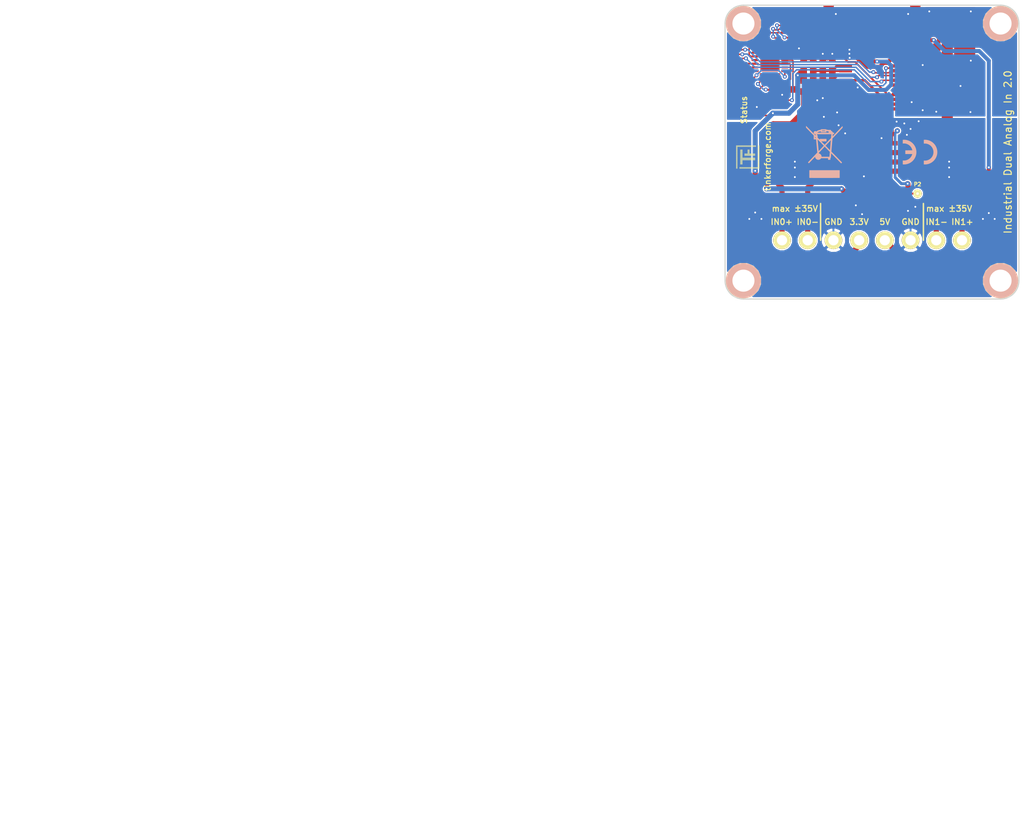
<source format=kicad_pcb>
(kicad_pcb (version 4) (host pcbnew 4.0.2+dfsg1-stable)
  (title_block (title "Industrial Dual Analog In") (date 2018-02-22) (rev 2.0) (company "Tinkerforge GmbH") (comment 1 "Copyright (©) 2018, L.Lauer <lukas@tinkerforge.com>"))
  (layers (0 F.Cu signal) (31 B.Cu signal) (34 B.Paste user) (35 F.Paste user) (36 B.SilkS user) (37 F.SilkS user) (38 B.Mask user) (39 F.Mask user) (44 Edge.Cuts user))
  (net 0 "")
  (net 1 AGND)
  (net 2 +3.3VADC)
  (net 3 -VAA)
  (net 4 3V3)
  (net 5 "Net-(C5-Pad1)")
  (net 6 "Net-(C5-Pad2)")
  (net 7 DGND)
  (net 8 "Net-(C8-Pad2)")
  (net 9 "Net-(C9-Pad2)")
  (net 10 ADC0)
  (net 11 ADC1)
  (net 12 "Net-(C12-Pad2)")
  (net 13 "Net-(C14-Pad2)")
  (net 14 "Net-(C18-Pad1)")
  (net 15 "Net-(C21-Pad1)")
  (net 16 +3.3VP)
  (net 17 +5V)
  (net 18 "Net-(P1-Pad4)")
  (net 19 "Net-(P1-Pad5)")
  (net 20 "Net-(P1-Pad6)")
  (net 21 "Net-(P3-Pad2)")
  (net 22 "Net-(P3-Pad1)")
  (net 23 "Net-(P3-Pad7)")
  (net 24 "Net-(P3-Pad8)")
  (net 25 "Net-(R5-Pad2)")
  (net 26 "Net-(R13-Pad1)")
  (net 27 "Net-(R10-Pad2)")
  (net 28 "Net-(C15-Pad2)")
  (net 29 "Net-(C17-Pad1)")
  (net 30 "Net-(C20-Pad1)")
  (net 31 "Net-(R3-Pad2)")
  (net 32 "Net-(R6-Pad2)")
  (net 33 "Net-(R15-Pad1)")
  (net 34 "Net-(R11-Pad2)")
  (net 35 "Net-(D1-Pad2)")
  (net 36 "Net-(D2-Pad2)")
  (net 37 "Net-(U4-Pad12)")
  (net 38 "Net-(U4-Pad13)")
  (net 39 "Net-(D3-Pad2)")
  (net 40 "Net-(C23-Pad1)")
  (net 41 "Net-(P4-Pad1)")
  (net 42 "Net-(P5-Pad2)")
  (net 43 "Net-(R25-Pad1)")
  (net 44 "Net-(R26-Pad1)")
  (net 45 M-MOSI)
  (net 46 S-MISO)
  (net 47 S-MOSI)
  (net 48 S-CLK)
  (net 49 S-CS)
  (net 50 M-CS)
  (net 51 M-CLK)
  (net 52 M-MISO)
  (net 53 "Net-(RP2-Pad4)")
  (net 54 "Net-(RP2-Pad5)")
  (net 55 "Net-(RP2-Pad6)")
  (net 56 "Net-(RP2-Pad7)")
  (net 57 "Net-(RP2-Pad8)")
  (net 58 "Net-(U3-Pad3)")
  (net 59 "Net-(U3-Pad4)")
  (net 60 "Net-(U3-Pad5)")
  (net 61 "Net-(U3-Pad6)")
  (net 62 "Net-(U3-Pad8)")
  (net 63 "Net-(U3-Pad13)")
  (net 64 "Net-(U3-Pad14)")
  (net 65 "Net-(U3-Pad16)")
  (net 66 "Net-(U3-Pad17)")
  (net 67 "Net-(U3-Pad19)")
  (net 68 "Net-(U3-Pad21)")
  (module tinkerforge:Fiducial_Mark (layer F.Cu) (at 117.1 112.5)
    (fp_text reference Fiducial_Mark hide)
    (fp_text value VAL** hide)
    (pad 1 smd circle (at 0 0) (size 1.00076 1.00076) (layers F.Cu F.Mask) (clearance 0.65024))
  )
  (module tinkerforge:Fiducial_Mark (layer F.Cu) (at 154.1 87.5)
    (fp_text reference Fiducial_Mark hide)
    (fp_text value VAL** hide)
    (pad 1 smd circle (at 0 0) (size 1.00076 1.00076) (layers F.Cu F.Mask) (clearance 0.65024))
  )
  (module tinkerforge:Fiducial_Mark (layer F.Cu) (at 153.1 113.5)
    (fp_text reference Fiducial_Mark hide)
    (fp_text value VAL** hide)
    (pad 1 smd circle (at 0 0) (size 1.00076 1.00076) (layers F.Cu F.Mask) (clearance 0.65024))
  )
  (module tinkerforge:CE_5mm (layer B.Cu) (at 142.1 100 180)
    (fp_text reference VAL hide)
    (fp_text value CE_5mm hide)
  )
  (module tinkerforge:WEEE_7mm (layer B.Cu) (at 129.1 100)
    (fp_text reference VAL hide)
    (fp_text value WEEE_7mm hide)
  )
  (module logo:Logo_31x31 (layer F.Cu) (at 117.1 102.25 90)
    (fp_text reference G*** hide)
    (fp_text value Logo_31x31 hide)
  )
  (module kicad-libraries:PINTST (layer F.Cu) (at 141.8 105.65)
    (fp_text reference P2 (at 0 -1.26746) (layer F.SilkS) (effects (font (size 0.508 0.508) (thickness 0.127))))
    (fp_text value CONN_1 hide)
    (pad 1 thru_hole circle (at 0 0) (size 1.143 1.143) (drill 0.35) (layers *.Cu F.SilkS B.Mask) (net 3 -VAA))
  )
  (module kicad-libraries:DRILL_NP (layer F.Cu) (at 118.1 117.5)
    (fp_text reference U8 hide)
    (fp_text value DRILL hide)
    (pad "" np_thru_hole circle (at 0 0) (size 2.99974 2.99974) (drill 2.99974) (layers *.Cu *.Mask F.SilkS) (clearance 0.89916))
  )
  (module kicad-libraries:DRILL_NP (layer F.Cu) (at 118.1 82.5)
    (fp_text reference U7 hide)
    (fp_text value DRILL hide)
    (pad "" np_thru_hole circle (at 0 0) (size 2.99974 2.99974) (drill 2.99974) (layers *.Cu *.Mask F.SilkS) (clearance 0.89916))
  )
  (module kicad-libraries:DRILL_NP (layer F.Cu) (at 153.1 82.5)
    (fp_text reference U6 hide)
    (fp_text value DRILL hide)
    (pad "" np_thru_hole circle (at 0 0) (size 2.99974 2.99974) (drill 2.99974) (layers *.Cu *.Mask F.SilkS) (clearance 0.89916))
  )
  (module kicad-libraries:DRILL_NP (layer F.Cu) (at 153.1 117.5)
    (fp_text reference U5 hide)
    (fp_text value DRILL hide)
    (pad "" np_thru_hole circle (at 0 0) (size 2.99974 2.99974) (drill 2.99974) (layers *.Cu *.Mask F.SilkS) (clearance 0.89916))
  )
  (module kicad-libraries:SOIC8 (layer F.Cu) (at 135.6 100.7 90)
    (fp_text reference U1)
    (fp_text value LMV342IDRG4)
    (pad 1 smd rect (at -1.90246 2.69748 270) (size 0.59944 1.5494) (layers F.Cu F.Paste F.Mask) (net 32 "Net-(R6-Pad2)"))
    (pad 2 smd rect (at -0.63246 2.69748 270) (size 0.59944 1.5494) (layers F.Cu F.Paste F.Mask) (net 33 "Net-(R15-Pad1)"))
    (pad 3 smd rect (at 0.63246 2.69748 270) (size 0.59944 1.5494) (layers F.Cu F.Paste F.Mask) (net 34 "Net-(R11-Pad2)"))
    (pad 4 smd rect (at 1.90246 2.69748 270) (size 0.59944 1.5494) (layers F.Cu F.Paste F.Mask) (net 3 -VAA))
    (pad 5 smd rect (at 1.90246 -2.69748 90) (size 0.59944 1.5494) (layers F.Cu F.Paste F.Mask) (net 27 "Net-(R10-Pad2)"))
    (pad 6 smd rect (at 0.63246 -2.69748 90) (size 0.59944 1.5494) (layers F.Cu F.Paste F.Mask) (net 26 "Net-(R13-Pad1)"))
    (pad 7 smd rect (at -0.63246 -2.69748 90) (size 0.59944 1.5494) (layers F.Cu F.Paste F.Mask) (net 25 "Net-(R5-Pad2)"))
    (pad 8 smd rect (at -1.90246 -2.69748 90) (size 0.59944 1.5494) (layers F.Cu F.Paste F.Mask) (net 2 +3.3VADC))
  )
  (module kicad-libraries:OQ_8P (layer F.Cu) (at 135.6 112)
    (fp_text reference P3)
    (fp_text value CONN_8)
    (pad 2 thru_hole circle (at -8.7503 0) (size 2.4003 2.4003) (drill 1.39954) (layers *.Cu *.Mask F.SilkS) (net 21 "Net-(P3-Pad2)"))
    (pad 3 thru_hole circle (at -5.25018 0) (size 2.4003 2.4003) (drill 1.39954) (layers *.Cu *.Mask F.SilkS) (net 1 AGND))
    (pad 4 thru_hole circle (at -1.75006 0) (size 2.4003 2.4003) (drill 1.39954) (layers *.Cu *.Mask F.SilkS) (net 36 "Net-(D2-Pad2)"))
    (pad 1 thru_hole circle (at -12.25042 0) (size 2.4003 2.4003) (drill 1.39954) (layers *.Cu *.Mask F.SilkS) (net 22 "Net-(P3-Pad1)"))
    (pad 5 thru_hole circle (at 1.75006 0) (size 2.4003 2.4003) (drill 1.39954) (layers *.Cu *.Mask F.SilkS) (net 35 "Net-(D1-Pad2)"))
    (pad 6 thru_hole circle (at 5.25018 0) (size 2.4003 2.4003) (drill 1.39954) (layers *.Cu *.Mask F.SilkS) (net 1 AGND))
    (pad 7 thru_hole circle (at 8.7503 0) (size 2.4003 2.4003) (drill 1.39954) (layers *.Cu *.Mask F.SilkS) (net 23 "Net-(P3-Pad7)"))
    (pad 8 thru_hole circle (at 12.25042 0) (size 2.4003 2.4003) (drill 1.39954) (layers *.Cu *.Mask F.SilkS) (net 24 "Net-(P3-Pad8)"))
  )
  (module kicad-libraries:SOD-323 (layer F.Cu) (at 119.7 110.425 270)
    (fp_text reference D2)
    (fp_text value CDSOD323-T03SC)
    (pad 1 smd rect (at -1.3208 0 270) (size 0.762 0.6858) (layers F.Cu F.Paste F.Mask) (net 1 AGND))
    (pad 2 smd rect (at 1.3208 0 270) (size 0.762 0.6858) (layers F.Cu F.Paste F.Mask) (net 36 "Net-(D2-Pad2)"))
  )
  (module kicad-libraries:SOD-323 (layer F.Cu) (at 151.5 110.425 270)
    (fp_text reference D1)
    (fp_text value CDSOD323-T05SC)
    (pad 1 smd rect (at -1.3208 0 270) (size 0.762 0.6858) (layers F.Cu F.Paste F.Mask) (net 1 AGND))
    (pad 2 smd rect (at 1.3208 0 270) (size 0.762 0.6858) (layers F.Cu F.Paste F.Mask) (net 35 "Net-(D1-Pad2)"))
  )
  (module kicad-libraries:F1206 (layer F.Cu) (at 151.5 105 270)
    (fp_text reference F1)
    (fp_text value OZCJ0035FF2G)
    (pad 1 smd rect (at -1.50114 0 270) (size 1.00076 1.6002) (layers F.Cu F.Paste F.Mask) (net 17 +5V))
    (pad 2 smd rect (at 1.50114 0 270) (size 1.00076 1.6002) (layers F.Cu F.Paste F.Mask) (net 35 "Net-(D1-Pad2)"))
  )
  (module kicad-libraries:F1206 (layer F.Cu) (at 119.7 105 270)
    (fp_text reference F2)
    (fp_text value OZCJ0035FF2G)
    (pad 1 smd rect (at -1.50114 0 270) (size 1.00076 1.6002) (layers F.Cu F.Paste F.Mask) (net 4 3V3))
    (pad 2 smd rect (at 1.50114 0 270) (size 1.00076 1.6002) (layers F.Cu F.Paste F.Mask) (net 36 "Net-(D2-Pad2)"))
  )
  (module kicad-libraries:HC49_US (layer F.Cu) (at 145.85 89.05 270)
    (fp_text reference X1)
    (fp_text value 10MHz)
    (pad 1 smd rect (at -4.24942 0 270) (size 5.4991 1.50114) (layers F.Cu F.Paste F.Mask) (net 8 "Net-(C8-Pad2)"))
    (pad 2 smd rect (at 4.24942 0 270) (size 5.4991 1.50114) (layers F.Cu F.Paste F.Mask) (net 9 "Net-(C9-Pad2)"))
  )
  (module kicad-libraries:SOT23-6 (layer F.Cu) (at 136.75 106.45 90)
    (fp_text reference U2)
    (fp_text value LM2664)
    (pad 1 smd rect (at -0.94996 1.19888 90) (size 0.50038 0.8001) (layers F.Cu F.Paste F.Mask) (net 1 AGND) (clearance 0.14986))
    (pad 2 smd rect (at 0 1.19888 90) (size 0.50038 0.8001) (layers F.Cu F.Paste F.Mask) (net 3 -VAA) (clearance 0.14986))
    (pad 3 smd rect (at 0.94996 1.19888 90) (size 0.50038 0.8001) (layers F.Cu F.Paste F.Mask) (net 6 "Net-(C5-Pad2)") (clearance 0.14986))
    (pad 6 smd rect (at -0.94996 -1.19888 90) (size 0.50038 0.8001) (layers F.Cu F.Paste F.Mask) (net 5 "Net-(C5-Pad1)") (clearance 0.14986))
    (pad 4 smd rect (at 0.94996 -1.19888 90) (size 0.50038 0.8001) (layers F.Cu F.Paste F.Mask) (net 2 +3.3VADC) (clearance 0.14986))
    (pad 5 smd rect (at 0 -1.19888 90) (size 0.50038 0.8001) (layers F.Cu F.Paste F.Mask) (net 2 +3.3VADC) (clearance 0.14986))
  )
  (module kicad-libraries:SSOP20-53 (layer F.Cu) (at 135.6 91.2 270)
    (fp_text reference U4)
    (fp_text value MCP3911)
    (pad 1 smd rect (at -2.925 3.6 270) (size 0.45 1.75) (layers F.Cu F.Paste F.Mask) (net 12 "Net-(C12-Pad2)"))
    (pad 2 smd rect (at -2.275 3.6 270) (size 0.45 1.75) (layers F.Cu F.Paste F.Mask) (net 12 "Net-(C12-Pad2)"))
    (pad 3 smd rect (at -1.625 3.6 270) (size 0.45 1.75) (layers F.Cu F.Paste F.Mask) (net 28 "Net-(C15-Pad2)"))
    (pad 4 smd rect (at -0.975 3.6 270) (size 0.45 1.75) (layers F.Cu F.Paste F.Mask) (net 11 ADC1))
    (pad 5 smd rect (at -0.325 3.6 270) (size 0.45 1.75) (layers F.Cu F.Paste F.Mask) (net 1 AGND))
    (pad 6 smd rect (at 0.325 3.6 270) (size 0.45 1.75) (layers F.Cu F.Paste F.Mask) (net 1 AGND))
    (pad 7 smd rect (at 0.975 3.6 270) (size 0.45 1.75) (layers F.Cu F.Paste F.Mask) (net 10 ADC0))
    (pad 8 smd rect (at 1.625 3.6 270) (size 0.45 1.75) (layers F.Cu F.Paste F.Mask) (net 1 AGND))
    (pad 9 smd rect (at 2.275 3.6 270) (size 0.45 1.75) (layers F.Cu F.Paste F.Mask) (net 13 "Net-(C14-Pad2)"))
    (pad 10 smd rect (at 2.925 3.6 270) (size 0.45 1.75) (layers F.Cu F.Paste F.Mask) (net 1 AGND))
    (pad 11 smd rect (at 2.925 -3.6 270) (size 0.45 1.75) (layers F.Cu F.Paste F.Mask) (net 7 DGND))
    (pad 12 smd rect (at 2.275 -3.6 270) (size 0.45 1.75) (layers F.Cu F.Paste F.Mask) (net 37 "Net-(U4-Pad12)"))
    (pad 13 smd rect (at 1.625 -3.6 270) (size 0.45 1.75) (layers F.Cu F.Paste F.Mask) (net 38 "Net-(U4-Pad13)"))
    (pad 14 smd rect (at 0.975 -3.6 270) (size 0.45 1.75) (layers F.Cu F.Paste F.Mask) (net 31 "Net-(R3-Pad2)"))
    (pad 15 smd rect (at 0.325 -3.6 270) (size 0.45 1.75) (layers F.Cu F.Paste F.Mask) (net 9 "Net-(C9-Pad2)"))
    (pad 16 smd rect (at -0.325 -3.6 270) (size 0.45 1.75) (layers F.Cu F.Paste F.Mask) (net 8 "Net-(C8-Pad2)"))
    (pad 17 smd rect (at -0.975 -3.6 270) (size 0.45 1.75) (layers F.Cu F.Paste F.Mask) (net 50 M-CS))
    (pad 18 smd rect (at -1.625 -3.6 270) (size 0.45 1.75) (layers F.Cu F.Paste F.Mask) (net 51 M-CLK))
    (pad 19 smd rect (at -2.275 -3.6 270) (size 0.46 1.75) (layers F.Cu F.Paste F.Mask) (net 52 M-MISO))
    (pad 20 smd rect (at -2.925 -3.6 270) (size 0.45 1.75) (layers F.Cu F.Paste F.Mask) (net 45 M-MOSI))
  )
  (module kicad-libraries:C0603F (layer F.Cu) (at 134 86.6 180)
    (fp_text reference C24)
    (fp_text value 1uF)
    (pad 1 smd rect (at -0.75 0 180) (size 0.9 0.9) (layers F.Cu F.Paste F.Mask) (net 4 3V3))
    (pad 2 smd rect (at 0.75 0 180) (size 0.9 0.9) (layers F.Cu F.Paste F.Mask) (net 7 DGND))
  )
  (module kicad-libraries:C0603F (layer F.Cu) (at 124.12 91.47)
    (fp_text reference C25)
    (fp_text value 100nF)
    (pad 1 smd rect (at -0.75 0) (size 0.9 0.9) (layers F.Cu F.Paste F.Mask) (net 7 DGND))
    (pad 2 smd rect (at 0.75 0) (size 0.9 0.9) (layers F.Cu F.Paste F.Mask) (net 4 3V3))
  )
  (module kicad-libraries:CON-SENSOR2 (layer F.Cu) (at 135.6 80 180)
    (fp_text reference P1)
    (fp_text value CON-SENSOR2)
    (pad 1 smd rect (at -3.75 -4.6 180) (size 0.6 1.8) (layers F.Cu F.Paste F.Mask) (net 17 +5V))
    (pad 2 smd rect (at -2.5 -4.6 180) (size 0.6 1.8) (layers F.Cu F.Paste F.Mask) (net 7 DGND))
    (pad EP smd rect (at -5.9 -1.2 180) (size 1.4 2.4) (layers F.Cu F.Paste F.Mask) (net 7 DGND))
    (pad EP smd rect (at 5.9 -1.2 180) (size 1.4 2.4) (layers F.Cu F.Paste F.Mask) (net 7 DGND))
    (pad 3 smd rect (at -1.25 -4.6 180) (size 0.6 1.8) (layers F.Cu F.Paste F.Mask) (net 4 3V3))
    (pad 4 smd rect (at 0 -4.6 180) (size 0.6 1.8) (layers F.Cu F.Paste F.Mask) (net 18 "Net-(P1-Pad4)"))
    (pad 5 smd rect (at 1.25 -4.6 180) (size 0.6 1.8) (layers F.Cu F.Paste F.Mask) (net 19 "Net-(P1-Pad5)"))
    (pad 6 smd rect (at 2.5 -4.6 180) (size 0.6 1.8) (layers F.Cu F.Paste F.Mask) (net 20 "Net-(P1-Pad6)"))
    (pad 7 smd rect (at 3.75 -4.6 180) (size 0.6 1.8) (layers F.Cu F.Paste F.Mask) (net 40 "Net-(C23-Pad1)"))
  )
  (module kicad-libraries:DEBUG_PAD (layer F.Cu) (at 121.46 84.66)
    (fp_text reference P4)
    (fp_text value DEBUG)
    (pad 1 smd circle (at 0 0) (size 0.7 0.7) (layers F.Cu F.Paste F.Mask) (net 41 "Net-(P4-Pad1)"))
  )
  (module kicad-libraries:SolderJumper (layer F.Cu) (at 119.92 92.88 90)
    (fp_text reference P5)
    (fp_text value DEBUG)
    (pad 2 smd rect (at 0.55 0 90) (size 0.3 1.4) (layers F.Cu F.Mask) (net 42 "Net-(P5-Pad2)"))
    (pad 2 smd rect (at 0.15 0 90) (size 0.6 0.5) (layers F.Cu F.Mask) (net 42 "Net-(P5-Pad2)"))
    (pad 1 smd rect (at -0.5 0 90) (size 0.4 1.4) (layers F.Cu F.Mask) (net 7 DGND))
    (pad 1 smd rect (at -0.225 0.55 90) (size 0.95 0.3) (layers F.Cu F.Mask) (net 7 DGND))
    (pad 1 smd rect (at -0.225 -0.55 90) (size 0.95 0.3) (layers F.Cu F.Mask) (net 7 DGND))
  )
  (module kicad-libraries:4X0402 (layer F.Cu) (at 124.08 83 90)
    (fp_text reference RP1)
    (fp_text value 82)
    (pad 1 smd rect (at -0.7493 0.575 270) (size 0.29972 0.65) (layers F.Cu F.Paste F.Mask) (net 40 "Net-(C23-Pad1)"))
    (pad 2 smd rect (at -0.24892 0.575 270) (size 0.29972 0.65) (layers F.Cu F.Paste F.Mask) (net 20 "Net-(P1-Pad6)"))
    (pad 3 smd rect (at 0.24892 0.575 270) (size 0.29972 0.65) (layers F.Cu F.Paste F.Mask) (net 19 "Net-(P1-Pad5)"))
    (pad 4 smd rect (at 0.7493 0.575 270) (size 0.29972 0.65) (layers F.Cu F.Paste F.Mask) (net 18 "Net-(P1-Pad4)"))
    (pad 5 smd rect (at 0.7493 -0.575 90) (size 0.29972 0.65) (layers F.Cu F.Paste F.Mask) (net 49 S-CS))
    (pad 6 smd rect (at 0.24892 -0.575 90) (size 0.29972 0.65) (layers F.Cu F.Paste F.Mask) (net 48 S-CLK))
    (pad 7 smd rect (at -0.24892 -0.575 90) (size 0.29972 0.65) (layers F.Cu F.Paste F.Mask) (net 47 S-MOSI))
    (pad 8 smd rect (at -0.7493 -0.575 90) (size 0.29972 0.65) (layers F.Cu F.Paste F.Mask) (net 46 S-MISO))
  )
  (module kicad-libraries:4X0402 (layer F.Cu) (at 117.92 88.72 270)
    (fp_text reference RP2)
    (fp_text value 82)
    (pad 1 smd rect (at -0.7493 0.575 90) (size 0.29972 0.65) (layers F.Cu F.Paste F.Mask) (net 50 M-CS))
    (pad 2 smd rect (at -0.24892 0.575 90) (size 0.29972 0.65) (layers F.Cu F.Paste F.Mask) (net 51 M-CLK))
    (pad 3 smd rect (at 0.24892 0.575 90) (size 0.29972 0.65) (layers F.Cu F.Paste F.Mask) (net 52 M-MISO))
    (pad 4 smd rect (at 0.7493 0.575 90) (size 0.29972 0.65) (layers F.Cu F.Paste F.Mask) (net 53 "Net-(RP2-Pad4)"))
    (pad 5 smd rect (at 0.7493 -0.575 270) (size 0.29972 0.65) (layers F.Cu F.Paste F.Mask) (net 54 "Net-(RP2-Pad5)"))
    (pad 6 smd rect (at 0.24892 -0.575 270) (size 0.29972 0.65) (layers F.Cu F.Paste F.Mask) (net 55 "Net-(RP2-Pad6)"))
    (pad 7 smd rect (at -0.24892 -0.575 270) (size 0.29972 0.65) (layers F.Cu F.Paste F.Mask) (net 56 "Net-(RP2-Pad7)"))
    (pad 8 smd rect (at -0.7493 -0.575 270) (size 0.29972 0.65) (layers F.Cu F.Paste F.Mask) (net 57 "Net-(RP2-Pad8)"))
  )
  (module kicad-libraries:C0402E (layer F.Cu) (at 125.66 84.6 270)
    (fp_text reference C23)
    (fp_text value 220pF)
    (pad 1 smd rect (at -0.65 0 270) (size 0.7 0.9) (layers F.Cu F.Paste F.Mask) (net 40 "Net-(C23-Pad1)"))
    (pad 2 smd rect (at 0.65 0 270) (size 0.7 0.9) (layers F.Cu F.Paste F.Mask) (net 7 DGND))
  )
  (module kicad-libraries:QFN24-4x4mm-0.5mm (layer F.Cu) (at 121.71 87.72 90)
    (fp_text reference U3)
    (fp_text value XMC1XXX24)
    (pad 1 smd oval (at -2.025 -1.25 90) (size 1 0.3) (layers F.Cu F.Paste F.Mask) (net 44 "Net-(R26-Pad1)"))
    (pad 2 smd oval (at -2.025 -0.75 90) (size 1 0.3) (layers F.Cu F.Paste F.Mask) (net 42 "Net-(P5-Pad2)"))
    (pad 3 smd oval (at -2.025 -0.25 90) (size 1 0.3) (layers F.Cu F.Paste F.Mask) (net 58 "Net-(U3-Pad3)"))
    (pad 4 smd oval (at -2.025 0.25 90) (size 1 0.3) (layers F.Cu F.Paste F.Mask) (net 59 "Net-(U3-Pad4)"))
    (pad 5 smd oval (at -2.025 0.75 90) (size 1 0.3) (layers F.Cu F.Paste F.Mask) (net 60 "Net-(U3-Pad5)"))
    (pad 6 smd oval (at -2.025 1.25 90) (size 1 0.3) (layers F.Cu F.Paste F.Mask) (net 61 "Net-(U3-Pad6)"))
    (pad 7 smd oval (at -1.25 2.025 180) (size 1 0.3) (layers F.Cu F.Paste F.Mask) (net 43 "Net-(R25-Pad1)"))
    (pad 8 smd oval (at -0.75 2.025 180) (size 1 0.3) (layers F.Cu F.Paste F.Mask) (net 62 "Net-(U3-Pad8)"))
    (pad 9 smd oval (at -0.25 2.025 180) (size 1 0.3) (layers F.Cu F.Paste F.Mask) (net 7 DGND))
    (pad 10 smd oval (at 0.25 2.025 180) (size 1 0.3) (layers F.Cu F.Paste F.Mask) (net 4 3V3))
    (pad 11 smd oval (at 0.75 2.025 180) (size 1 0.3) (layers F.Cu F.Paste F.Mask) (net 48 S-CLK))
    (pad 12 smd oval (at 1.25 2.025 180) (size 1 0.3) (layers F.Cu F.Paste F.Mask) (net 47 S-MOSI))
    (pad 13 smd oval (at 2.025 1.25 90) (size 1 0.3) (layers F.Cu F.Paste F.Mask) (net 63 "Net-(U3-Pad13)"))
    (pad 14 smd oval (at 2.025 0.75 90) (size 1 0.3) (layers F.Cu F.Paste F.Mask) (net 64 "Net-(U3-Pad14)"))
    (pad 15 smd oval (at 2.025 0.25 90) (size 1 0.3) (layers F.Cu F.Paste F.Mask) (net 41 "Net-(P4-Pad1)"))
    (pad 16 smd oval (at 2.025 -0.25 90) (size 1 0.3) (layers F.Cu F.Paste F.Mask) (net 65 "Net-(U3-Pad16)"))
    (pad 17 smd oval (at 2.025 -0.75 90) (size 1 0.3) (layers F.Cu F.Paste F.Mask) (net 66 "Net-(U3-Pad17)"))
    (pad 18 smd oval (at 2.025 -1.25 90) (size 1 0.3) (layers F.Cu F.Paste F.Mask) (net 46 S-MISO))
    (pad 19 smd oval (at 1.25 -2.025 180) (size 1 0.3) (layers F.Cu F.Paste F.Mask) (net 67 "Net-(U3-Pad19)"))
    (pad 20 smd oval (at 0.75 -2.025 180) (size 1 0.3) (layers F.Cu F.Paste F.Mask) (net 49 S-CS))
    (pad 21 smd oval (at 0.25 -2.025 180) (size 1 0.3) (layers F.Cu F.Paste F.Mask) (net 68 "Net-(U3-Pad21)"))
    (pad 22 smd oval (at -0.25 -2.025 180) (size 1 0.3) (layers F.Cu F.Paste F.Mask) (net 57 "Net-(RP2-Pad8)"))
    (pad 23 smd oval (at -0.75 -2.025 180) (size 1 0.3) (layers F.Cu F.Paste F.Mask) (net 56 "Net-(RP2-Pad7)"))
    (pad 24 smd oval (at -1.25 -2.025 180) (size 1 0.3) (layers F.Cu F.Paste F.Mask) (net 55 "Net-(RP2-Pad6)"))
    (pad EXP smd rect (at 0.65 0.65 90) (size 1.3 1.3) (layers F.Cu F.Paste F.Mask) (net 7 DGND))
    (pad EXP smd rect (at 0.65 -0.65 90) (size 1.3 1.3) (layers F.Cu F.Paste F.Mask) (net 7 DGND))
    (pad EXP smd rect (at -0.65 0.65 90) (size 1.3 1.3) (layers F.Cu F.Paste F.Mask) (net 7 DGND))
    (pad EXP smd rect (at -0.65 -0.65 90) (size 1.3 1.3) (layers F.Cu F.Paste F.Mask) (net 7 DGND))
  )
  (module kicad-libraries:C0603F (layer F.Cu) (at 133.7 104.1 180)
    (fp_text reference C1)
    (fp_text value 100nF)
    (pad 1 smd rect (at -0.75 0 180) (size 0.9 0.9) (layers F.Cu F.Paste F.Mask) (net 1 AGND))
    (pad 2 smd rect (at 0.75 0 180) (size 0.9 0.9) (layers F.Cu F.Paste F.Mask) (net 2 +3.3VADC))
  )
  (module kicad-libraries:C0603F (layer F.Cu) (at 138.125 96.65 90)
    (fp_text reference C2)
    (fp_text value 100nF)
    (pad 1 smd rect (at -0.75 0 90) (size 0.9 0.9) (layers F.Cu F.Paste F.Mask) (net 3 -VAA))
    (pad 2 smd rect (at 0.75 0 90) (size 0.9 0.9) (layers F.Cu F.Paste F.Mask) (net 1 AGND))
  )
  (module kicad-libraries:C0603F (layer F.Cu) (at 134.25 106.45 270)
    (fp_text reference C3)
    (fp_text value 3.3µF)
    (pad 1 smd rect (at -0.75 0 270) (size 0.9 0.9) (layers F.Cu F.Paste F.Mask) (net 2 +3.3VADC))
    (pad 2 smd rect (at 0.75 0 270) (size 0.9 0.9) (layers F.Cu F.Paste F.Mask) (net 1 AGND))
  )
  (module kicad-libraries:C0603F (layer F.Cu) (at 140.5 106.45 270)
    (fp_text reference C4)
    (fp_text value 3.3µF)
    (pad 1 smd rect (at -0.75 0 270) (size 0.9 0.9) (layers F.Cu F.Paste F.Mask) (net 3 -VAA))
    (pad 2 smd rect (at 0.75 0 270) (size 0.9 0.9) (layers F.Cu F.Paste F.Mask) (net 1 AGND))
  )
  (module kicad-libraries:C0603F (layer F.Cu) (at 136.75 104.1)
    (fp_text reference C5)
    (fp_text value 3.3µF)
    (pad 1 smd rect (at -0.75 0) (size 0.9 0.9) (layers F.Cu F.Paste F.Mask) (net 5 "Net-(C5-Pad1)"))
    (pad 2 smd rect (at 0.75 0) (size 0.9 0.9) (layers F.Cu F.Paste F.Mask) (net 6 "Net-(C5-Pad2)"))
  )
  (module kicad-libraries:C0603F (layer F.Cu) (at 139.2 106.45 90)
    (fp_text reference C6)
    (fp_text value 100nF)
    (pad 1 smd rect (at -0.75 0 90) (size 0.9 0.9) (layers F.Cu F.Paste F.Mask) (net 1 AGND))
    (pad 2 smd rect (at 0.75 0 90) (size 0.9 0.9) (layers F.Cu F.Paste F.Mask) (net 3 -VAA))
  )
  (module kicad-libraries:C0805 (layer F.Cu) (at 137.2 86.5)
    (fp_text reference C7)
    (fp_text value 10uF)
    (pad 1 smd rect (at -1.00076 0) (size 1.00076 1.24968) (layers F.Cu F.Paste F.Mask) (net 4 3V3) (clearance 0.14986))
    (pad 2 smd rect (at 1.00076 0) (size 1.00076 1.24968) (layers F.Cu F.Paste F.Mask) (net 7 DGND) (clearance 0.14986))
  )
  (module kicad-libraries:C0603F (layer F.Cu) (at 142.5 89.75 270)
    (fp_text reference C8)
    (fp_text value 18pF)
    (pad 1 smd rect (at -0.75 0 270) (size 0.9 0.9) (layers F.Cu F.Paste F.Mask) (net 7 DGND))
    (pad 2 smd rect (at 0.75 0 270) (size 0.9 0.9) (layers F.Cu F.Paste F.Mask) (net 8 "Net-(C8-Pad2)"))
  )
  (module kicad-libraries:C0603F (layer F.Cu) (at 142.5 92.65 90)
    (fp_text reference C9)
    (fp_text value 18pF)
    (pad 1 smd rect (at -0.75 0 90) (size 0.9 0.9) (layers F.Cu F.Paste F.Mask) (net 7 DGND))
    (pad 2 smd rect (at 0.75 0 90) (size 0.9 0.9) (layers F.Cu F.Paste F.Mask) (net 9 "Net-(C9-Pad2)"))
  )
  (module kicad-libraries:C0603F (layer F.Cu) (at 132.6 96.65 90)
    (fp_text reference C10)
    (fp_text value 1nF)
    (pad 1 smd rect (at -0.75 0 90) (size 0.9 0.9) (layers F.Cu F.Paste F.Mask) (net 1 AGND))
    (pad 2 smd rect (at 0.75 0 90) (size 0.9 0.9) (layers F.Cu F.Paste F.Mask) (net 10 ADC0))
  )
  (module kicad-libraries:C0603F (layer F.Cu) (at 136.825 96.65 90)
    (fp_text reference C11)
    (fp_text value 1nF)
    (pad 1 smd rect (at -0.75 0 90) (size 0.9 0.9) (layers F.Cu F.Paste F.Mask) (net 1 AGND))
    (pad 2 smd rect (at 0.75 0 90) (size 0.9 0.9) (layers F.Cu F.Paste F.Mask) (net 11 ADC1))
  )
  (module kicad-libraries:C0603F (layer F.Cu) (at 130.2 88.1 270)
    (fp_text reference C12)
    (fp_text value 100nF)
    (pad 1 smd rect (at -0.75 0 270) (size 0.9 0.9) (layers F.Cu F.Paste F.Mask) (net 7 DGND))
    (pad 2 smd rect (at 0.75 0 270) (size 0.9 0.9) (layers F.Cu F.Paste F.Mask) (net 12 "Net-(C12-Pad2)"))
  )
  (module kicad-libraries:C0603F (layer F.Cu) (at 128.9 88.1 270)
    (fp_text reference C13)
    (fp_text value 10µF)
    (pad 1 smd rect (at -0.75 0 270) (size 0.9 0.9) (layers F.Cu F.Paste F.Mask) (net 7 DGND))
    (pad 2 smd rect (at 0.75 0 270) (size 0.9 0.9) (layers F.Cu F.Paste F.Mask) (net 12 "Net-(C12-Pad2)"))
  )
  (module kicad-libraries:C0603F (layer F.Cu) (at 129.9 94.4 90)
    (fp_text reference C14)
    (fp_text value 100nF)
    (pad 1 smd rect (at -0.75 0 90) (size 0.9 0.9) (layers F.Cu F.Paste F.Mask) (net 1 AGND))
    (pad 2 smd rect (at 0.75 0 90) (size 0.9 0.9) (layers F.Cu F.Paste F.Mask) (net 13 "Net-(C14-Pad2)"))
  )
  (module kicad-libraries:C0603F (layer F.Cu) (at 130.2 91 90)
    (fp_text reference C15)
    (fp_text value 100nF)
    (pad 1 smd rect (at -0.75 0 90) (size 0.9 0.9) (layers F.Cu F.Paste F.Mask) (net 1 AGND))
    (pad 2 smd rect (at 0.75 0 90) (size 0.9 0.9) (layers F.Cu F.Paste F.Mask) (net 28 "Net-(C15-Pad2)"))
  )
  (module kicad-libraries:C0603F (layer F.Cu) (at 128.9 91 90)
    (fp_text reference C16)
    (fp_text value 10µF)
    (pad 1 smd rect (at -0.75 0 90) (size 0.9 0.9) (layers F.Cu F.Paste F.Mask) (net 1 AGND))
    (pad 2 smd rect (at 0.75 0 90) (size 0.9 0.9) (layers F.Cu F.Paste F.Mask) (net 28 "Net-(C15-Pad2)"))
  )
  (module kicad-libraries:C0603F (layer F.Cu) (at 126.05 101.3 270)
    (fp_text reference C17)
    (fp_text value 15pF)
    (pad 1 smd rect (at -0.75 0 270) (size 0.9 0.9) (layers F.Cu F.Paste F.Mask) (net 29 "Net-(C17-Pad1)"))
    (pad 2 smd rect (at 0.75 0 270) (size 0.9 0.9) (layers F.Cu F.Paste F.Mask) (net 1 AGND))
  )
  (module kicad-libraries:C0603F (layer F.Cu) (at 125.1 99.2)
    (fp_text reference C18)
    (fp_text value 150pF)
    (pad 1 smd rect (at -0.75 0) (size 0.9 0.9) (layers F.Cu F.Paste F.Mask) (net 14 "Net-(C18-Pad1)"))
    (pad 2 smd rect (at 0.75 0) (size 0.9 0.9) (layers F.Cu F.Paste F.Mask) (net 29 "Net-(C17-Pad1)"))
  )
  (module kicad-libraries:C0603F (layer F.Cu) (at 124.15 101.3 90)
    (fp_text reference C19)
    (fp_text value 15pF)
    (pad 1 smd rect (at -0.75 0 90) (size 0.9 0.9) (layers F.Cu F.Paste F.Mask) (net 1 AGND))
    (pad 2 smd rect (at 0.75 0 90) (size 0.9 0.9) (layers F.Cu F.Paste F.Mask) (net 14 "Net-(C18-Pad1)"))
  )
  (module kicad-libraries:C0603F (layer F.Cu) (at 145.175 101.3 270)
    (fp_text reference C20)
    (fp_text value 15pF)
    (pad 1 smd rect (at -0.75 0 270) (size 0.9 0.9) (layers F.Cu F.Paste F.Mask) (net 30 "Net-(C20-Pad1)"))
    (pad 2 smd rect (at 0.75 0 270) (size 0.9 0.9) (layers F.Cu F.Paste F.Mask) (net 1 AGND))
  )
  (module kicad-libraries:C0603F (layer F.Cu) (at 146.1 99.2 180)
    (fp_text reference C21)
    (fp_text value 150pF)
    (pad 1 smd rect (at -0.75 0 180) (size 0.9 0.9) (layers F.Cu F.Paste F.Mask) (net 15 "Net-(C21-Pad1)"))
    (pad 2 smd rect (at 0.75 0 180) (size 0.9 0.9) (layers F.Cu F.Paste F.Mask) (net 30 "Net-(C20-Pad1)"))
  )
  (module kicad-libraries:C0603F (layer F.Cu) (at 147.05 101.3 90)
    (fp_text reference C22)
    (fp_text value 15pF)
    (pad 1 smd rect (at -0.75 0 90) (size 0.9 0.9) (layers F.Cu F.Paste F.Mask) (net 1 AGND))
    (pad 2 smd rect (at 0.75 0 90) (size 0.9 0.9) (layers F.Cu F.Paste F.Mask) (net 15 "Net-(C21-Pad1)"))
  )
  (module kicad-libraries:D0603F (layer F.Cu) (at 116.81 94.27 90)
    (fp_text reference D3)
    (fp_text value blue)
    (pad 1 smd rect (at -0.75 0 90) (size 0.9 0.9) (layers F.Cu F.Paste F.Mask) (net 4 3V3))
    (pad 2 smd rect (at 0.75 0 90) (size 0.9 0.9) (layers F.Cu F.Paste F.Mask) (net 39 "Net-(D3-Pad2)"))
  )
  (module kicad-libraries:C0603F (layer F.Cu) (at 126.3 91 270)
    (fp_text reference FB1)
    (fp_text value FILTER)
    (pad 1 smd rect (at -0.75 0 270) (size 0.9 0.9) (layers F.Cu F.Paste F.Mask) (net 4 3V3))
    (pad 2 smd rect (at 0.75 0 270) (size 0.9 0.9) (layers F.Cu F.Paste F.Mask) (net 2 +3.3VADC))
  )
  (module kicad-libraries:C0603F (layer F.Cu) (at 126.3 88.1 90)
    (fp_text reference FB2)
    (fp_text value FILTER)
    (pad 1 smd rect (at -0.75 0 90) (size 0.9 0.9) (layers F.Cu F.Paste F.Mask) (net 4 3V3))
    (pad 2 smd rect (at 0.75 0 90) (size 0.9 0.9) (layers F.Cu F.Paste F.Mask) (net 16 +3.3VP))
  )
  (module kicad-libraries:R0603F (layer F.Cu) (at 141 95.1 270)
    (fp_text reference R1)
    (fp_text value 0)
    (pad 1 smd rect (at -0.75 0 270) (size 0.9 0.9) (layers F.Cu F.Paste F.Mask) (net 7 DGND))
    (pad 2 smd rect (at 0.75 0 270) (size 0.9 0.9) (layers F.Cu F.Paste F.Mask) (net 1 AGND))
  )
  (module kicad-libraries:R0603F (layer F.Cu) (at 141.2 91.2 270)
    (fp_text reference R2)
    (fp_text value 1M)
    (pad 1 smd rect (at -0.75 0 270) (size 0.9 0.9) (layers F.Cu F.Paste F.Mask) (net 8 "Net-(C8-Pad2)"))
    (pad 2 smd rect (at 0.75 0 270) (size 0.9 0.9) (layers F.Cu F.Paste F.Mask) (net 9 "Net-(C9-Pad2)"))
  )
  (module kicad-libraries:R0603F (layer F.Cu) (at 127.675 84.6)
    (fp_text reference R3)
    (fp_text value 100k)
    (pad 1 smd rect (at -0.75 0) (size 0.9 0.9) (layers F.Cu F.Paste F.Mask) (net 16 +3.3VP))
    (pad 2 smd rect (at 0.75 0) (size 0.9 0.9) (layers F.Cu F.Paste F.Mask) (net 31 "Net-(R3-Pad2)"))
  )
  (module kicad-libraries:R0603F (layer F.Cu) (at 133.9 96.65 270)
    (fp_text reference R5)
    (fp_text value 68.1)
    (pad 1 smd rect (at -0.75 0 270) (size 0.9 0.9) (layers F.Cu F.Paste F.Mask) (net 10 ADC0))
    (pad 2 smd rect (at 0.75 0 270) (size 0.9 0.9) (layers F.Cu F.Paste F.Mask) (net 25 "Net-(R5-Pad2)"))
  )
  (module kicad-libraries:R0603F (layer F.Cu) (at 135.375 96.65 270)
    (fp_text reference R6)
    (fp_text value 68.1)
    (pad 1 smd rect (at -0.75 0 270) (size 0.9 0.9) (layers F.Cu F.Paste F.Mask) (net 11 ADC1))
    (pad 2 smd rect (at 0.75 0 270) (size 0.9 0.9) (layers F.Cu F.Paste F.Mask) (net 32 "Net-(R6-Pad2)"))
  )
  (module kicad-libraries:R0603F (layer F.Cu) (at 127.6 88.1 270)
    (fp_text reference R7)
    (fp_text value 10)
    (pad 1 smd rect (at -0.75 0 270) (size 0.9 0.9) (layers F.Cu F.Paste F.Mask) (net 16 +3.3VP))
    (pad 2 smd rect (at 0.75 0 270) (size 0.9 0.9) (layers F.Cu F.Paste F.Mask) (net 12 "Net-(C12-Pad2)"))
  )
  (module kicad-libraries:R0603F (layer F.Cu) (at 131.05 100.9 90)
    (fp_text reference R8)
    (fp_text value 4k7/10ppm)
    (pad 1 smd rect (at -0.75 0 90) (size 0.9 0.9) (layers F.Cu F.Paste F.Mask) (net 25 "Net-(R5-Pad2)"))
    (pad 2 smd rect (at 0.75 0 90) (size 0.9 0.9) (layers F.Cu F.Paste F.Mask) (net 26 "Net-(R13-Pad1)"))
  )
  (module kicad-libraries:R0603F (layer F.Cu) (at 140.275 102.15 90)
    (fp_text reference R9)
    (fp_text value 4k7/10ppm)
    (pad 1 smd rect (at -0.75 0 90) (size 0.9 0.9) (layers F.Cu F.Paste F.Mask) (net 32 "Net-(R6-Pad2)"))
    (pad 2 smd rect (at 0.75 0 90) (size 0.9 0.9) (layers F.Cu F.Paste F.Mask) (net 33 "Net-(R15-Pad1)"))
  )
  (module kicad-libraries:R0603F (layer F.Cu) (at 131.05 98 270)
    (fp_text reference R10)
    (fp_text value 4k7/10ppm)
    (pad 1 smd rect (at -0.75 0 270) (size 0.9 0.9) (layers F.Cu F.Paste F.Mask) (net 1 AGND))
    (pad 2 smd rect (at 0.75 0 270) (size 0.9 0.9) (layers F.Cu F.Paste F.Mask) (net 27 "Net-(R10-Pad2)"))
  )
  (module kicad-libraries:R0603F (layer F.Cu) (at 140.275 99.25 270)
    (fp_text reference R11)
    (fp_text value 4k7/10ppm)
    (pad 1 smd rect (at -0.75 0 270) (size 0.9 0.9) (layers F.Cu F.Paste F.Mask) (net 1 AGND))
    (pad 2 smd rect (at 0.75 0 270) (size 0.9 0.9) (layers F.Cu F.Paste F.Mask) (net 34 "Net-(R11-Pad2)"))
  )
  (module kicad-libraries:R0603F (layer F.Cu) (at 127.6 91 90)
    (fp_text reference R12)
    (fp_text value 10)
    (pad 1 smd rect (at -0.75 0 90) (size 0.9 0.9) (layers F.Cu F.Paste F.Mask) (net 2 +3.3VADC))
    (pad 2 smd rect (at 0.75 0 90) (size 0.9 0.9) (layers F.Cu F.Paste F.Mask) (net 28 "Net-(C15-Pad2)"))
  )
  (module kicad-libraries:R0603F (layer F.Cu) (at 127.2 98.4 270)
    (fp_text reference R13)
    (fp_text value 280k/10ppm)
    (pad 1 smd rect (at -0.75 0 270) (size 0.9 0.9) (layers F.Cu F.Paste F.Mask) (net 26 "Net-(R13-Pad1)"))
    (pad 2 smd rect (at 0.75 0 270) (size 0.9 0.9) (layers F.Cu F.Paste F.Mask) (net 29 "Net-(C17-Pad1)"))
  )
  (module kicad-libraries:R0603F (layer F.Cu) (at 123 98.4 270)
    (fp_text reference R14)
    (fp_text value 280k/10ppm)
    (pad 1 smd rect (at -0.75 0 270) (size 0.9 0.9) (layers F.Cu F.Paste F.Mask) (net 27 "Net-(R10-Pad2)"))
    (pad 2 smd rect (at 0.75 0 270) (size 0.9 0.9) (layers F.Cu F.Paste F.Mask) (net 14 "Net-(C18-Pad1)"))
  )
  (module kicad-libraries:R0603F (layer F.Cu) (at 144 98.4 270)
    (fp_text reference R15)
    (fp_text value 280k/10ppm)
    (pad 1 smd rect (at -0.75 0 270) (size 0.9 0.9) (layers F.Cu F.Paste F.Mask) (net 33 "Net-(R15-Pad1)"))
    (pad 2 smd rect (at 0.75 0 270) (size 0.9 0.9) (layers F.Cu F.Paste F.Mask) (net 30 "Net-(C20-Pad1)"))
  )
  (module kicad-libraries:R0603F (layer F.Cu) (at 148.2 98.4 270)
    (fp_text reference R16)
    (fp_text value 280k/10ppm)
    (pad 1 smd rect (at -0.75 0 270) (size 0.9 0.9) (layers F.Cu F.Paste F.Mask) (net 34 "Net-(R11-Pad2)"))
    (pad 2 smd rect (at 0.75 0 270) (size 0.9 0.9) (layers F.Cu F.Paste F.Mask) (net 15 "Net-(C21-Pad1)"))
  )
  (module kicad-libraries:R0603F (layer F.Cu) (at 127.35 101.3 270)
    (fp_text reference R17)
    (fp_text value 10)
    (pad 1 smd rect (at -0.75 0 270) (size 0.9 0.9) (layers F.Cu F.Paste F.Mask) (net 29 "Net-(C17-Pad1)"))
    (pad 2 smd rect (at 0.75 0 270) (size 0.9 0.9) (layers F.Cu F.Paste F.Mask) (net 21 "Net-(P3-Pad2)"))
  )
  (module kicad-libraries:R0603F (layer F.Cu) (at 122.85 101.3 270)
    (fp_text reference R18)
    (fp_text value 10)
    (pad 1 smd rect (at -0.75 0 270) (size 0.9 0.9) (layers F.Cu F.Paste F.Mask) (net 14 "Net-(C18-Pad1)"))
    (pad 2 smd rect (at 0.75 0 270) (size 0.9 0.9) (layers F.Cu F.Paste F.Mask) (net 22 "Net-(P3-Pad1)"))
  )
  (module kicad-libraries:R0603F (layer F.Cu) (at 143.875 101.3 270)
    (fp_text reference R19)
    (fp_text value 10)
    (pad 1 smd rect (at -0.75 0 270) (size 0.9 0.9) (layers F.Cu F.Paste F.Mask) (net 30 "Net-(C20-Pad1)"))
    (pad 2 smd rect (at 0.75 0 270) (size 0.9 0.9) (layers F.Cu F.Paste F.Mask) (net 23 "Net-(P3-Pad7)"))
  )
  (module kicad-libraries:R0603F (layer F.Cu) (at 148.35 101.3 270)
    (fp_text reference R20)
    (fp_text value 10)
    (pad 1 smd rect (at -0.75 0 270) (size 0.9 0.9) (layers F.Cu F.Paste F.Mask) (net 15 "Net-(C21-Pad1)"))
    (pad 2 smd rect (at 0.75 0 270) (size 0.9 0.9) (layers F.Cu F.Paste F.Mask) (net 24 "Net-(P3-Pad8)"))
  )
  (module kicad-libraries:R0603F (layer F.Cu) (at 126.55 103.4 180)
    (fp_text reference R21)
    (fp_text value 100k)
    (pad 1 smd rect (at -0.75 0 180) (size 0.9 0.9) (layers F.Cu F.Paste F.Mask) (net 21 "Net-(P3-Pad2)"))
    (pad 2 smd rect (at 0.75 0 180) (size 0.9 0.9) (layers F.Cu F.Paste F.Mask) (net 1 AGND))
  )
  (module kicad-libraries:R0603F (layer F.Cu) (at 123.65 103.4 180)
    (fp_text reference R22)
    (fp_text value 100k)
    (pad 1 smd rect (at -0.75 0 180) (size 0.9 0.9) (layers F.Cu F.Paste F.Mask) (net 1 AGND))
    (pad 2 smd rect (at 0.75 0 180) (size 0.9 0.9) (layers F.Cu F.Paste F.Mask) (net 22 "Net-(P3-Pad1)"))
  )
  (module kicad-libraries:R0603F (layer F.Cu) (at 144.65 103.4)
    (fp_text reference R23)
    (fp_text value 100k)
    (pad 1 smd rect (at -0.75 0) (size 0.9 0.9) (layers F.Cu F.Paste F.Mask) (net 23 "Net-(P3-Pad7)"))
    (pad 2 smd rect (at 0.75 0) (size 0.9 0.9) (layers F.Cu F.Paste F.Mask) (net 1 AGND))
  )
  (module kicad-libraries:R0603F (layer F.Cu) (at 147.55 103.4)
    (fp_text reference R24)
    (fp_text value 100k)
    (pad 1 smd rect (at -0.75 0) (size 0.9 0.9) (layers F.Cu F.Paste F.Mask) (net 1 AGND))
    (pad 2 smd rect (at 0.75 0) (size 0.9 0.9) (layers F.Cu F.Paste F.Mask) (net 24 "Net-(P3-Pad8)"))
  )
  (module kicad-libraries:R0603F (layer F.Cu) (at 116.81 91.35 270)
    (fp_text reference R25)
    (fp_text value 1k)
    (pad 1 smd rect (at -0.75 0 270) (size 0.9 0.9) (layers F.Cu F.Paste F.Mask) (net 43 "Net-(R25-Pad1)"))
    (pad 2 smd rect (at 0.75 0 270) (size 0.9 0.9) (layers F.Cu F.Paste F.Mask) (net 39 "Net-(D3-Pad2)"))
  )
  (module kicad-libraries:R0603F (layer F.Cu) (at 122 92.27 270)
    (fp_text reference R26)
    (fp_text value 82)
    (pad 1 smd rect (at -0.75 0 270) (size 0.9 0.9) (layers F.Cu F.Paste F.Mask) (net 44 "Net-(R26-Pad1)"))
    (pad 2 smd rect (at 0.75 0 270) (size 0.9 0.9) (layers F.Cu F.Paste F.Mask) (net 45 M-MOSI))
  )
  (gr_text Status (at 118.18 94.27 90) (layer F.SilkS) (effects (font (size 0.8 0.8))))
  (gr_text "Industrial Dual Analog In 2.0" (at 154.1 100 90) (layer F.SilkS) (effects (font (size 1 1))))
  (gr_text "max ±35V" (at 146.1 107.7) (layer F.SilkS) (effects (font (size 0.8 0.8))))
  (gr_line (start 142.6 107) (end 142.6 112) (angle 90) (layer F.SilkS) (width 0.2))
  (gr_line (start 128.6 107) (end 128.6 112) (angle 90) (layer F.SilkS) (width 0.2))
  (gr_text "max ±35V" (at 125.1 107.7) (layer F.SilkS) (effects (font (size 0.8 0.8))))
  (gr_text tinkerforge.com (at 121.4 100.625 90) (layer F.SilkS) (effects (font (size 0.8 0.8))))
  (gr_text 5V (at 137.35 109.5) (layer F.SilkS) (effects (font (size 0.8 0.8))))
  (gr_text 3.3V (at 133.85 109.5) (layer F.SilkS) (effects (font (size 0.8 0.8))))
  (gr_text IN1- (at 144.4 109.5) (layer F.SilkS) (effects (font (size 0.8 0.8))))
  (gr_text IN1+ (at 147.9 109.5) (layer F.SilkS) (effects (font (size 0.8 0.8))))
  (gr_text GND (at 140.85 109.5) (layer F.SilkS) (effects (font (size 0.8 0.8))))
  (gr_text GND (at 130.35 109.5) (layer F.SilkS) (effects (font (size 0.8 0.8))))
  (gr_text IN0- (at 126.85 109.5) (layer F.SilkS) (effects (font (size 0.8 0.8))))
  (gr_text IN0+ (at 123.3 109.5) (layer F.SilkS) (effects (font (size 0.8 0.8))))
  (gr_line (start 155.6 117.5) (end 155.6 82.5) (angle 90) (layer Edge.Cuts) (width 0.15))
  (gr_line (start 118.1 120) (end 153.1 120) (angle 90) (layer Edge.Cuts) (width 0.15))
  (gr_line (start 115.6 82.5) (end 115.6 117.5) (angle 90) (layer Edge.Cuts) (width 0.15))
  (gr_line (start 153.1 80) (end 118.1 80) (angle 90) (layer Edge.Cuts) (width 0.15))
  (gr_arc (start 153.1 82.5) (end 153.1 80) (angle 90) (layer Edge.Cuts) (width 0.15))
  (gr_arc (start 118.1 82.5) (end 115.6 82.5) (angle 90) (layer Edge.Cuts) (width 0.15))
  (gr_arc (start 118.1 117.5) (end 118.1 120) (angle 90) (layer Edge.Cuts) (width 0.15))
  (gr_arc (start 153.1 117.5) (end 155.6 117.5) (angle 90) (layer Edge.Cuts) (width 0.15))
  (segment (start 140.25 97.75) (end 140.35 97.65) (width 0.7) (layer F.Cu) (net 1))
  (via (at 140.35 97.65) (size 0.7) (layers F.Cu B.Cu) (net 1))
  (segment (start 140.25 98.4499) (end 140.25 97.75) (width 0.7) (layer F.Cu) (net 1))
  (segment (start 138.1 95.8499) (end 138.9499 95.8499) (width 0.7) (layer F.Cu) (net 1))
  (via (at 138.95 95.85) (size 0.7) (layers F.Cu B.Cu) (net 1))
  (segment (start 138.9499 95.8499) (end 138.95 95.85) (width 0.7) (layer F.Cu) (net 1))
  (segment (start 132 92.825) (end 130.875 92.825) (width 0.4) (layer F.Cu) (net 1))
  (segment (start 130.875 92.825) (end 130.2 92.15) (width 0.4) (layer F.Cu) (net 1))
  (segment (start 130.2 92.15) (end 130.2 91.8001) (width 0.4) (layer F.Cu) (net 1))
  (segment (start 132 91.525) (end 133.325 91.525) (width 0.35) (layer F.Cu) (net 1))
  (segment (start 133.325 90.875) (end 133.65 91.2) (width 0.35) (layer F.Cu) (net 1))
  (via (at 133.65 91.2) (size 0.7) (layers F.Cu B.Cu) (net 1))
  (segment (start 133.325 90.875) (end 132 90.875) (width 0.35) (layer F.Cu) (net 1))
  (segment (start 133.325 91.525) (end 133.65 91.2) (width 0.35) (layer F.Cu) (net 1))
  (segment (start 140.5 107.45076) (end 141.49924 107.45076) (width 0.7) (layer F.Cu) (net 1))
  (via (at 141.5 107.45) (size 0.7) (layers F.Cu B.Cu) (net 1))
  (segment (start 141.49924 107.45076) (end 141.5 107.45) (width 0.7) (layer F.Cu) (net 1))
  (segment (start 134.25 107.45076) (end 134.25 108.45) (width 0.7) (layer F.Cu) (net 1))
  (via (at 134.25 108.45) (size 0.7) (layers F.Cu B.Cu) (net 1))
  (segment (start 141 96.10076) (end 141 96.7) (width 0.4) (layer F.Cu) (net 1))
  (via (at 140.85 96.85) (size 0.7) (layers F.Cu B.Cu) (net 1))
  (segment (start 141 96.7) (end 140.85 96.85) (width 0.4) (layer F.Cu) (net 1))
  (segment (start 141 96.10076) (end 141.64924 96.10076) (width 0.7) (layer F.Cu) (net 1))
  (via (at 141.95 95.8) (size 0.7) (layers F.Cu B.Cu) (net 1))
  (segment (start 141.64924 96.10076) (end 141.95 95.8) (width 0.7) (layer F.Cu) (net 1))
  (segment (start 141 96.10076) (end 140.00076 96.10076) (width 0.7) (layer F.Cu) (net 1))
  (via (at 140 96.1) (size 0.7) (layers F.Cu B.Cu) (net 1))
  (segment (start 140.00076 96.10076) (end 140 96.1) (width 0.7) (layer F.Cu) (net 1))
  (segment (start 130.34982 106.69982) (end 121.54982 106.69982) (width 0.254) (layer B.Cu) (net 1))
  (segment (start 120.25 104.25) (end 121.1 103.4) (width 0.254) (layer B.Cu) (net 1))
  (segment (start 120.25 105.4) (end 120.25 104.25) (width 0.254) (layer B.Cu) (net 1))
  (segment (start 121.54982 106.69982) (end 120.25 105.4) (width 0.254) (layer B.Cu) (net 1))
  (segment (start 132 94.125) (end 131.575 94.125) (width 0.35) (layer F.Cu) (net 1))
  (segment (start 132.225 90.875) (end 131.475 90.875) (width 0.35) (layer F.Cu) (net 1))
  (segment (start 130.3501 91.8001) (end 130.2 91.8001) (width 0.35) (layer F.Cu) (net 1))
  (segment (start 132.225 92.825) (end 131.375 92.825) (width 0.35) (layer F.Cu) (net 1))
  (segment (start 129.5501 91.8001) (end 129.55 91.8) (width 0.7) (layer F.Cu) (net 1))
  (segment (start 130.2 91.8001) (end 129.5501 91.8001) (width 0.7) (layer F.Cu) (net 1))
  (segment (start 129.5499 91.8001) (end 129.55 91.8) (width 0.7) (layer F.Cu) (net 1))
  (segment (start 139.05014 107.39996) (end 139.2 107.2501) (width 0.35) (layer F.Cu) (net 1))
  (segment (start 137.94888 107.39996) (end 139.05014 107.39996) (width 0.7) (layer F.Cu) (net 1))
  (segment (start 139.2 107.2501) (end 140.5 107.2501) (width 0.7) (layer F.Cu) (net 1))
  (segment (start 130.34982 112) (end 130.34982 106.69982) (width 0.254) (layer B.Cu) (net 1))
  (segment (start 140.5 108) (end 140.5 107.2501) (width 0.35) (layer F.Cu) (net 1))
  (segment (start 140.85018 112) (end 140.85018 108.35018) (width 0.254) (layer B.Cu) (net 1))
  (segment (start 133.4001 107.2501) (end 134.25 107.2501) (width 0.35) (layer F.Cu) (net 1))
  (segment (start 133.4001 107.2501) (end 133.4 107.25) (width 0.35) (layer F.Cu) (net 1))
  (segment (start 134.5001 104.1) (end 134.5001 103.3001) (width 0.35) (layer F.Cu) (net 1))
  (via (at 134.5 103.3) (size 0.7) (layers F.Cu B.Cu) (net 1))
  (segment (start 134.5001 103.3001) (end 134.5 103.3) (width 0.35) (layer F.Cu) (net 1))
  (segment (start 130.49982 106.69982) (end 130.34982 106.69982) (width 0.254) (layer B.Cu) (net 1))
  (segment (start 132.6 97.4501) (end 131.9501 97.4501) (width 0.7) (layer F.Cu) (net 1))
  (via (at 131.95 97.45) (size 0.7) (layers F.Cu B.Cu) (net 1))
  (segment (start 131.9501 97.4501) (end 131.95 97.45) (width 0.7) (layer F.Cu) (net 1))
  (segment (start 136.25 97.45) (end 136.9 98.1) (width 0.254) (layer B.Cu) (net 1))
  (segment (start 136.8 98) (end 136.8 97.4501) (width 0.7) (layer F.Cu) (net 1))
  (via (at 136.9 98.1) (size 0.7) (layers F.Cu B.Cu) (net 1))
  (segment (start 136.8 98) (end 136.9 98.1) (width 0.7) (layer F.Cu) (net 1))
  (segment (start 131.95 97.45) (end 136.25 97.45) (width 0.254) (layer B.Cu) (net 1))
  (segment (start 132 94.125) (end 131.475 94.125) (width 0.4) (layer F.Cu) (net 1))
  (segment (start 130.85 94.5) (end 130.85 94.6) (width 0.4) (layer F.Cu) (net 1))
  (via (at 130.85 94.6) (size 0.7) (layers F.Cu B.Cu) (net 1))
  (segment (start 131.225 94.125) (end 130.85 94.5) (width 0.4) (layer F.Cu) (net 1))
  (segment (start 132 94.125) (end 131.225 94.125) (width 0.4) (layer F.Cu) (net 1))
  (segment (start 129.0501 95.2001) (end 129.05 95.2) (width 0.4) (layer F.Cu) (net 1))
  (via (at 129.05 95.2) (size 0.7) (layers F.Cu B.Cu) (net 1))
  (segment (start 129.9 95.2001) (end 129.0501 95.2001) (width 0.4) (layer F.Cu) (net 1))
  (segment (start 129.5499 91.8001) (end 128.9 91.8001) (width 0.7) (layer F.Cu) (net 1))
  (segment (start 128.45 92.65) (end 128.15 92.95) (width 0.7) (layer F.Cu) (net 1))
  (via (at 128.15 92.95) (size 0.7) (layers F.Cu B.Cu) (net 1))
  (segment (start 128.9 91.8001) (end 128.9 92.65) (width 0.7) (layer F.Cu) (net 1))
  (via (at 128.9 92.65) (size 0.7) (layers F.Cu B.Cu) (net 1))
  (segment (start 128.9 92.65) (end 128.45 92.65) (width 0.7) (layer F.Cu) (net 1))
  (segment (start 126.05 102.1001) (end 125.1001 102.1001) (width 0.7) (layer F.Cu) (net 1))
  (segment (start 125.0999 102.1001) (end 124.15 102.1001) (width 0.7) (layer F.Cu) (net 1))
  (segment (start 121.1 103.4) (end 125.1 103.4) (width 0.254) (layer B.Cu) (net 1))
  (via (at 125.1 103.4) (size 0.7) (layers F.Cu B.Cu) (net 1))
  (segment (start 125.1 103.4) (end 125.1 102.1) (width 0.254) (layer B.Cu) (net 1))
  (via (at 125.1 102.1) (size 0.7) (layers F.Cu B.Cu) (net 1))
  (segment (start 125.1 102.1) (end 125.1 101.3) (width 0.7) (layer F.Cu) (net 1))
  (segment (start 125.0999 102.1001) (end 125.1 102.1) (width 0.7) (layer F.Cu) (net 1))
  (segment (start 125.1001 102.1001) (end 125.1 102.1) (width 0.7) (layer F.Cu) (net 1))
  (via (at 140.5 108) (size 0.7) (layers F.Cu B.Cu) (net 1))
  (segment (start 140.85018 108.35018) (end 140.5 108) (width 0.254) (layer B.Cu) (net 1))
  (via (at 133.4 107.25) (size 0.7) (layers F.Cu B.Cu) (net 1))
  (segment (start 134.5 103.3) (end 134.5 106.15) (width 0.254) (layer B.Cu) (net 1))
  (segment (start 131.05 107.25) (end 130.49982 106.69982) (width 0.254) (layer B.Cu) (net 1))
  (segment (start 131.95 97.25) (end 131.05 96.35) (width 0.254) (layer B.Cu) (net 1))
  (segment (start 131.95 97.45) (end 131.95 97.25) (width 0.254) (layer B.Cu) (net 1))
  (via (at 125.1 101.3) (size 0.7) (layers F.Cu B.Cu) (net 1))
  (segment (start 142.4 108) (end 140.5 108) (width 0.254) (layer B.Cu) (net 1))
  (segment (start 134.15 108) (end 133.4 107.25) (width 0.254) (layer B.Cu) (net 1))
  (segment (start 140.5 108) (end 134.15 108) (width 0.254) (layer B.Cu) (net 1))
  (segment (start 134.5 106.15) (end 133.4 107.25) (width 0.254) (layer B.Cu) (net 1))
  (segment (start 133.4 107.25) (end 131.05 107.25) (width 0.254) (layer B.Cu) (net 1))
  (via (at 131.05 96.35) (size 0.7) (layers F.Cu B.Cu) (net 1))
  (segment (start 129.7 96.35) (end 131.05 96.35) (width 0.254) (layer B.Cu) (net 1))
  (segment (start 125.1 100.95) (end 129.7 96.35) (width 0.254) (layer B.Cu) (net 1))
  (segment (start 125.1 101.3) (end 125.1 100.95) (width 0.254) (layer B.Cu) (net 1))
  (segment (start 125.1 103.4) (end 124.4501 103.4) (width 0.7) (layer F.Cu) (net 1))
  (segment (start 125.7499 103.4) (end 125.1 103.4) (width 0.7) (layer F.Cu) (net 1))
  (segment (start 131.05 97.1999) (end 131.05 96.35) (width 0.7) (layer F.Cu) (net 1))
  (segment (start 146.1 104.3) (end 142.4 108) (width 0.254) (layer B.Cu) (net 1))
  (segment (start 146.1 102.1) (end 146.1 101.3) (width 0.7) (layer F.Cu) (net 1))
  (via (at 146.1 101.3) (size 0.7) (layers F.Cu B.Cu) (net 1))
  (segment (start 146.0999 102.1001) (end 146.1 102.1) (width 0.7) (layer F.Cu) (net 1))
  (segment (start 146.1001 102.1001) (end 146.1 102.1) (width 0.7) (layer F.Cu) (net 1))
  (segment (start 147.05 102.1001) (end 146.1001 102.1001) (width 0.7) (layer F.Cu) (net 1))
  (via (at 146.1 102.1) (size 0.7) (layers F.Cu B.Cu) (net 1))
  (segment (start 146.0999 102.1001) (end 145.15 102.1001) (width 0.7) (layer F.Cu) (net 1))
  (segment (start 146.1 102.1) (end 146.1 103.4) (width 0.254) (layer B.Cu) (net 1))
  (via (at 146.1 103.4) (size 0.7) (layers F.Cu B.Cu) (net 1))
  (segment (start 146.1 103.4) (end 146.1 104.3) (width 0.254) (layer B.Cu) (net 1))
  (segment (start 146.1 103.4) (end 145.4501 103.4) (width 0.7) (layer F.Cu) (net 1))
  (segment (start 146.7499 103.4) (end 146.1 103.4) (width 0.7) (layer F.Cu) (net 1))
  (via (at 151.5 108.3) (size 0.7) (layers F.Cu B.Cu) (net 1))
  (segment (start 151.5 109.1042) (end 151.5 108.3) (width 0.7) (layer F.Cu) (net 1))
  (segment (start 150.7042 109.1042) (end 150.7 109.1) (width 0.7) (layer F.Cu) (net 1))
  (via (at 150.7 109.1) (size 0.7) (layers F.Cu B.Cu) (net 1))
  (segment (start 151.5 109.1042) (end 150.7042 109.1042) (width 0.7) (layer F.Cu) (net 1))
  (segment (start 152.2958 109.1042) (end 152.3 109.1) (width 0.7) (layer F.Cu) (net 1))
  (via (at 152.3 109.1) (size 0.7) (layers F.Cu B.Cu) (net 1))
  (segment (start 151.5 109.1042) (end 152.2958 109.1042) (width 0.7) (layer F.Cu) (net 1))
  (segment (start 118.9042 109.1042) (end 118.9 109.1) (width 0.7) (layer F.Cu) (net 1))
  (via (at 118.9 109.1) (size 0.7) (layers F.Cu B.Cu) (net 1))
  (segment (start 119.7 109.1042) (end 118.9042 109.1042) (width 0.7) (layer F.Cu) (net 1))
  (via (at 119.7 108.225) (size 0.7) (layers F.Cu B.Cu) (net 1))
  (segment (start 119.7 109.1042) (end 119.7 108.225) (width 0.7) (layer F.Cu) (net 1))
  (segment (start 120.5458 109.1042) (end 120.55 109.1) (width 0.7) (layer F.Cu) (net 1))
  (via (at 120.55 109.1) (size 0.7) (layers F.Cu B.Cu) (net 1))
  (segment (start 119.7 109.1042) (end 120.5458 109.1042) (width 0.7) (layer F.Cu) (net 1))
  (segment (start 132.90252 102.60246) (end 132.90252 104.09738) (width 0.7) (layer F.Cu) (net 2))
  (segment (start 131.45 105) (end 121.25 105) (width 0.7) (layer B.Cu) (net 2))
  (segment (start 131.89924 105.44924) (end 131.45 105) (width 0.7) (layer F.Cu) (net 2))
  (via (at 131.45 105) (size 0.7) (layers F.Cu B.Cu) (net 2))
  (segment (start 134.25 105.44924) (end 131.89924 105.44924) (width 0.7) (layer F.Cu) (net 2))
  (segment (start 126.3 94.45) (end 126.3 91.8001) (width 0.7) (layer F.Cu) (net 2))
  (segment (start 121.25 105) (end 121.25 97.05) (width 0.7) (layer F.Cu) (net 2))
  (segment (start 122.15 96.15) (end 121.25 97.05) (width 0.7) (layer F.Cu) (net 2))
  (segment (start 124.6 96.15) (end 122.15 96.15) (width 0.7) (layer F.Cu) (net 2))
  (segment (start 126.3 94.45) (end 124.6 96.15) (width 0.7) (layer F.Cu) (net 2))
  (via (at 121.25 105) (size 0.7) (layers F.Cu B.Cu) (net 2))
  (segment (start 126.3 91.8001) (end 127.6 91.8001) (width 0.7) (layer F.Cu) (net 2))
  (segment (start 132.90252 104.09738) (end 132.8999 104.1) (width 0.7) (layer F.Cu) (net 2))
  (segment (start 134.39986 105.50004) (end 134.25 105.6499) (width 0.35) (layer F.Cu) (net 2))
  (segment (start 132.8999 104.8999) (end 132.8999 104.1) (width 0.7) (layer F.Cu) (net 2))
  (segment (start 132.8999 104.8999) (end 132.9 104.9) (width 0.7) (layer F.Cu) (net 2))
  (segment (start 133.6499 105.6499) (end 132.9 104.9) (width 0.35) (layer F.Cu) (net 2))
  (segment (start 134.25 105.6499) (end 133.6499 105.6499) (width 0.35) (layer F.Cu) (net 2))
  (segment (start 134.3499 105.6499) (end 134.25 105.6499) (width 0.35) (layer F.Cu) (net 2))
  (segment (start 135.15 106.45) (end 134.3499 105.6499) (width 0.4) (layer F.Cu) (net 2))
  (segment (start 135.55112 106.45) (end 135.15 106.45) (width 0.4) (layer F.Cu) (net 2))
  (segment (start 134.39986 105.50004) (end 134.25 105.6499) (width 0.35) (layer F.Cu) (net 2))
  (segment (start 135.55112 105.50004) (end 134.39986 105.50004) (width 0.4) (layer F.Cu) (net 2))
  (segment (start 140.5 105.6499) (end 141.7999 105.6499) (width 0.254) (layer F.Cu) (net 3))
  (segment (start 141.7999 105.6499) (end 141.8 105.65) (width 0.254) (layer F.Cu) (net 3))
  (segment (start 140.45 104.3) (end 139.6 104.3) (width 0.4) (layer B.Cu) (net 3))
  (segment (start 140.5 104.35) (end 140.45 104.3) (width 0.7) (layer F.Cu) (net 3))
  (via (at 140.45 104.3) (size 0.7) (layers F.Cu B.Cu) (net 3))
  (segment (start 140.5 105.44924) (end 140.5 104.35) (width 0.7) (layer F.Cu) (net 3))
  (segment (start 139.6 104.3) (end 138.75 103.45) (width 0.4) (layer B.Cu) (net 3))
  (segment (start 138.3999 106.45) (end 139.2 105.6499) (width 0.7) (layer F.Cu) (net 3))
  (segment (start 137.94888 106.45) (end 138.3999 106.45) (width 0.7) (layer F.Cu) (net 3))
  (segment (start 139.2 105.6499) (end 140.5 105.6499) (width 0.7) (layer F.Cu) (net 3))
  (segment (start 138.29748 97.64758) (end 138.1 97.4501) (width 0.35) (layer F.Cu) (net 3))
  (segment (start 138.29748 98.79754) (end 138.29748 97.64758) (width 0.35) (layer F.Cu) (net 3))
  (segment (start 138.75 103.45) (end 138.75 97.4) (width 0.35) (layer B.Cu) (net 3))
  (segment (start 138.75 97.4) (end 139.05 97.1) (width 0.35) (layer B.Cu) (net 3))
  (segment (start 138.1 97.4501) (end 138.6999 97.4501) (width 0.35) (layer F.Cu) (net 3))
  (via (at 139.05 97.1) (size 0.7) (layers F.Cu B.Cu) (net 3))
  (segment (start 138.6999 97.4501) (end 139.05 97.1) (width 0.35) (layer F.Cu) (net 3))
  (segment (start 133.17 89.55) (end 125.5 89.55) (width 0.55) (layer B.Cu) (net 4))
  (segment (start 135.15 91.53) (end 133.17 89.55) (width 0.55) (layer B.Cu) (net 4))
  (segment (start 137.5 91.53) (end 135.15 91.53) (width 0.55) (layer B.Cu) (net 4))
  (segment (start 138.22 90.81) (end 137.5 91.53) (width 0.55) (layer B.Cu) (net 4))
  (segment (start 138.22 88.24) (end 138.22 90.81) (width 0.55) (layer B.Cu) (net 4))
  (segment (start 137.66 87.68) (end 138.22 88.24) (width 0.55) (layer B.Cu) (net 4))
  (segment (start 136.31 87.68) (end 137.66 87.68) (width 0.55) (layer B.Cu) (net 4))
  (segment (start 136.29 87.66) (end 136.31 87.68) (width 0.55) (layer B.Cu) (net 4))
  (via (at 136.29 87.66) (size 0.55) (drill 0.25) (layers F.Cu B.Cu) (net 4))
  (segment (start 135.2 87.66) (end 136.29 87.66) (width 0.55) (layer F.Cu) (net 4))
  (segment (start 134.75 87.21) (end 135.2 87.66) (width 0.55) (layer F.Cu) (net 4))
  (segment (start 134.75 86.6) (end 134.75 87.21) (width 0.55) (layer F.Cu) (net 4))
  (segment (start 124.87 91.47) (end 125.21 91.47) (width 0.25) (layer F.Cu) (net 4))
  (segment (start 125.21 91.47) (end 125.5 91.18) (width 0.25) (layer F.Cu) (net 4))
  (segment (start 125.5 91.18) (end 125.5 89.55) (width 0.25) (layer F.Cu) (net 4))
  (segment (start 116.81 95.02) (end 121.8 95.02) (width 0.2) (layer F.Cu) (net 4))
  (segment (start 122.11 94.7) (end 122.1 94.7) (width 0.25) (layer B.Cu) (net 4))
  (segment (start 122.11 94.71) (end 122.11 94.7) (width 0.25) (layer B.Cu) (net 4))
  (via (at 122.11 94.71) (size 0.7) (drill 0.25) (layers F.Cu B.Cu) (net 4))
  (segment (start 121.8 95.02) (end 122.11 94.71) (width 0.2) (layer F.Cu) (net 4))
  (segment (start 136.85 84.6) (end 136.85 85.5) (width 0.4) (layer F.Cu) (net 4))
  (segment (start 136.85 85.5) (end 137.18 85.83) (width 0.4) (layer F.Cu) (net 4))
  (segment (start 137.18 85.83) (end 137.18 86.29) (width 0.4) (layer F.Cu) (net 4))
  (segment (start 137.18 86.29) (end 136.97 86.5) (width 0.4) (layer F.Cu) (net 4))
  (segment (start 136.97 86.5) (end 136.19924 86.5) (width 0.4) (layer F.Cu) (net 4))
  (segment (start 123.735 87.47) (end 124.72 87.47) (width 0.2) (layer F.Cu) (net 4))
  (segment (start 124.85 87.6) (end 124.85 91.45) (width 0.2) (layer F.Cu) (net 4))
  (segment (start 124.72 87.47) (end 124.85 87.6) (width 0.2) (layer F.Cu) (net 4))
  (segment (start 124.85 91.45) (end 124.87 91.47) (width 0.2) (layer F.Cu) (net 4))
  (segment (start 134.75 86.6) (end 136.09924 86.6) (width 0.55) (layer F.Cu) (net 4))
  (segment (start 136.09924 86.6) (end 136.19924 86.5) (width 0.55) (layer F.Cu) (net 4))
  (segment (start 125.5 93.5) (end 124.3 94.7) (width 0.7) (layer B.Cu) (net 4))
  (segment (start 125.5 89.55) (end 125.5 93.5) (width 0.7) (layer B.Cu) (net 4))
  (segment (start 124.3 94.7) (end 122.1 94.7) (width 0.7) (layer B.Cu) (net 4))
  (segment (start 126.1499 88.9001) (end 126.3 88.9001) (width 0.7) (layer F.Cu) (net 4))
  (segment (start 125.5 89.55) (end 126.1499 88.9001) (width 0.7) (layer F.Cu) (net 4))
  (segment (start 126.1499 90.1999) (end 125.5 89.55) (width 0.7) (layer F.Cu) (net 4))
  (segment (start 126.3 90.1999) (end 126.1499 90.1999) (width 0.7) (layer F.Cu) (net 4))
  (via (at 119.7 102.55) (size 0.7) (layers F.Cu B.Cu) (net 4))
  (segment (start 119.7 102.55) (end 119.7 97.1) (width 0.7) (layer B.Cu) (net 4))
  (segment (start 119.7 97.1) (end 122.1 94.7) (width 0.7) (layer B.Cu) (net 4))
  (segment (start 119.7 103.49886) (end 119.7 102.55) (width 0.7) (layer F.Cu) (net 4))
  (via (at 125.5 89.55) (size 0.7) (layers F.Cu B.Cu) (net 4))
  (segment (start 135.95004 107.39996) (end 135.55112 107.39996) (width 0.35) (layer F.Cu) (net 5))
  (segment (start 136.45 106.9) (end 135.95004 107.39996) (width 0.4) (layer F.Cu) (net 5))
  (segment (start 136.45 104.8) (end 136.45 106.9) (width 0.4) (layer F.Cu) (net 5))
  (segment (start 135.9499 104.2999) (end 136.45 104.8) (width 0.4) (layer F.Cu) (net 5))
  (segment (start 135.9499 104.1) (end 135.9499 104.2999) (width 0.35) (layer F.Cu) (net 5))
  (segment (start 137.25 104.4001) (end 137.5501 104.1) (width 0.4) (layer F.Cu) (net 6))
  (segment (start 137.45004 105.50004) (end 137.25 105.3) (width 0.4) (layer F.Cu) (net 6))
  (segment (start 137.25 105.3) (end 137.25 104.4001) (width 0.4) (layer F.Cu) (net 6))
  (segment (start 137.94888 105.50004) (end 137.45004 105.50004) (width 0.4) (layer F.Cu) (net 6))
  (segment (start 130.2 87.35) (end 130.2 86.62) (width 0.55) (layer F.Cu) (net 7))
  (via (at 130.2 86.62) (size 0.55) (drill 0.25) (layers F.Cu B.Cu) (net 7))
  (segment (start 128.9 87.35) (end 128.9 86.62) (width 0.55) (layer F.Cu) (net 7))
  (via (at 128.9 86.62) (size 0.55) (drill 0.25) (layers F.Cu B.Cu) (net 7))
  (segment (start 138.20076 86.5) (end 138.20076 87.34924) (width 0.55) (layer F.Cu) (net 7))
  (segment (start 134.77 88.39) (end 133.25 86.87) (width 0.55) (layer F.Cu) (net 7))
  (segment (start 136.66 88.39) (end 134.77 88.39) (width 0.55) (layer F.Cu) (net 7))
  (segment (start 137.2 87.85) (end 136.66 88.39) (width 0.55) (layer F.Cu) (net 7))
  (segment (start 137.7 87.85) (end 137.2 87.85) (width 0.55) (layer F.Cu) (net 7))
  (segment (start 138.20076 87.34924) (end 137.7 87.85) (width 0.55) (layer F.Cu) (net 7))
  (segment (start 133.25 86.87) (end 133.25 86.6) (width 0.55) (layer F.Cu) (net 7))
  (segment (start 129.7 81.2) (end 130.68 81.2) (width 0.55) (layer F.Cu) (net 7))
  (via (at 130.68 81.2) (size 0.55) (drill 0.25) (layers F.Cu B.Cu) (net 7))
  (segment (start 141.5 81.2) (end 140.52 81.2) (width 0.55) (layer F.Cu) (net 7))
  (via (at 140.52 81.2) (size 0.55) (drill 0.25) (layers F.Cu B.Cu) (net 7))
  (segment (start 123.37 91.47) (end 123.37 92.2) (width 0.55) (layer F.Cu) (net 7))
  (via (at 123.37 92.2) (size 0.55) (drill 0.25) (layers F.Cu B.Cu) (net 7))
  (segment (start 119.92 93.38) (end 119.92 93.86) (width 0.2) (layer F.Cu) (net 7))
  (via (at 119.92 93.86) (size 0.55) (drill 0.25) (layers F.Cu B.Cu) (net 7))
  (segment (start 119.92 93.38) (end 120.39 93.38) (width 0.2) (layer F.Cu) (net 7))
  (segment (start 120.39 93.38) (end 120.48 93.29) (width 0.2) (layer F.Cu) (net 7))
  (segment (start 120.48 93.29) (end 120.48 93.1) (width 0.2) (layer F.Cu) (net 7))
  (segment (start 120.48 93.1) (end 120.47 93.105) (width 0.2) (layer F.Cu) (net 7))
  (segment (start 119.37 93.105) (end 119.37 93.24) (width 0.2) (layer F.Cu) (net 7))
  (segment (start 119.37 93.24) (end 119.51 93.38) (width 0.2) (layer F.Cu) (net 7))
  (segment (start 119.51 93.38) (end 119.92 93.38) (width 0.2) (layer F.Cu) (net 7))
  (segment (start 122.36 87.07) (end 122.36 88.37) (width 0.2) (layer F.Cu) (net 7))
  (segment (start 121.06 87.07) (end 122.36 87.07) (width 0.2) (layer F.Cu) (net 7))
  (segment (start 121.06 87.07) (end 121.06 88.37) (width 0.2) (layer F.Cu) (net 7))
  (segment (start 122.36 88.37) (end 121.06 88.37) (width 0.2) (layer F.Cu) (net 7))
  (segment (start 123.735 87.97) (end 122.76 87.97) (width 0.2) (layer F.Cu) (net 7))
  (segment (start 122.76 87.97) (end 122.36 88.37) (width 0.2) (layer F.Cu) (net 7))
  (segment (start 125.66 85.25) (end 125.66 85.88) (width 0.55) (layer F.Cu) (net 7))
  (via (at 125.66 85.88) (size 0.55) (drill 0.25) (layers F.Cu B.Cu) (net 7))
  (segment (start 123.735 87.97) (end 124.39 87.97) (width 0.2) (layer F.Cu) (net 7))
  (segment (start 124.499998 90.070002) (end 123.37 91.2) (width 0.2) (layer F.Cu) (net 7))
  (segment (start 124.499998 88.079998) (end 124.499998 90.070002) (width 0.2) (layer F.Cu) (net 7))
  (segment (start 124.39 87.97) (end 124.499998 88.079998) (width 0.2) (layer F.Cu) (net 7))
  (segment (start 123.37 91.2) (end 123.37 91.47) (width 0.2) (layer F.Cu) (net 7))
  (segment (start 132.56 87.17) (end 132.56 87.11) (width 0.55) (layer F.Cu) (net 7))
  (via (at 132.56 87.17) (size 0.55) (drill 0.25) (layers F.Cu B.Cu) (net 7))
  (segment (start 133.13 86.6) (end 132.56 87.17) (width 0.55) (layer F.Cu) (net 7))
  (via (at 132.52 86.62) (size 0.55) (drill 0.25) (layers F.Cu B.Cu) (net 7))
  (segment (start 132.53 86.61) (end 132.52 86.62) (width 0.55) (layer F.Cu) (net 7))
  (segment (start 132.53 86.06) (end 133.07 86.6) (width 0.55) (layer F.Cu) (net 7))
  (via (at 132.53 86.06) (size 0.55) (drill 0.25) (layers F.Cu B.Cu) (net 7))
  (segment (start 132.53 86.06) (end 132.53 86.61) (width 0.55) (layer F.Cu) (net 7))
  (segment (start 133.25 86.6) (end 132.54 86.6) (width 0.55) (layer F.Cu) (net 7))
  (segment (start 132.54 86.6) (end 132.52 86.62) (width 0.55) (layer F.Cu) (net 7))
  (segment (start 132.52 87.07) (end 132.52 86.62) (width 0.55) (layer F.Cu) (net 7))
  (segment (start 132.56 87.11) (end 132.52 87.07) (width 0.55) (layer F.Cu) (net 7))
  (segment (start 133.25 86.6) (end 133.13 86.6) (width 0.55) (layer F.Cu) (net 7))
  (segment (start 133.25 86.6) (end 133.2 86.6) (width 0.55) (layer F.Cu) (net 7))
  (segment (start 133.25 86.6) (end 133.25 86.75) (width 0.55) (layer F.Cu) (net 7))
  (segment (start 138.1 84.6) (end 138.1 86.39924) (width 0.55) (layer F.Cu) (net 7))
  (segment (start 138.1 86.39924) (end 138.20076 86.5) (width 0.55) (layer F.Cu) (net 7))
  (segment (start 142.5 94.3) (end 142.6 94.3) (width 0.254) (layer F.Cu) (net 7))
  (via (at 144.35 94.5) (size 0.7) (layers F.Cu B.Cu) (net 7))
  (segment (start 142.8 94.5) (end 144.35 94.5) (width 0.254) (layer F.Cu) (net 7))
  (segment (start 142.6 94.3) (end 142.8 94.5) (width 0.254) (layer F.Cu) (net 7))
  (segment (start 149.05 87.55) (end 149.05 89.6) (width 0.254) (layer F.Cu) (net 7))
  (via (at 147.65 91) (size 0.55) (drill 0.25) (layers F.Cu B.Cu) (net 7))
  (segment (start 149.05 89.6) (end 147.65 91) (width 0.254) (layer F.Cu) (net 7))
  (segment (start 143.4 80.85) (end 149.05 80.85) (width 0.254) (layer B.Cu) (net 7))
  (via (at 149.05 80.85) (size 0.55) (drill 0.25) (layers F.Cu B.Cu) (net 7))
  (segment (start 148.45 88.15) (end 142.5 88.15) (width 0.254) (layer B.Cu) (net 7))
  (via (at 149.05 87.55) (size 0.55) (drill 0.25) (layers F.Cu B.Cu) (net 7))
  (segment (start 148.45 88.15) (end 149.05 87.55) (width 0.254) (layer B.Cu) (net 7))
  (segment (start 149.05 80.85) (end 149.05 87.55) (width 0.254) (layer F.Cu) (net 7))
  (via (at 143.4 80.85) (size 0.55) (drill 0.25) (layers F.Cu B.Cu) (net 7))
  (segment (start 142.5 94.3) (end 148.75 94.3) (width 0.254) (layer B.Cu) (net 7))
  (via (at 149 94.55) (size 0.55) (drill 0.25) (layers F.Cu B.Cu) (net 7))
  (segment (start 148.75 94.3) (end 149 94.55) (width 0.254) (layer B.Cu) (net 7))
  (segment (start 141 94.09924) (end 141.69924 94.09924) (width 0.35) (layer F.Cu) (net 7))
  (segment (start 141.9 94.3) (end 142.5 94.3) (width 0.7) (layer F.Cu) (net 7))
  (segment (start 141.69924 94.09924) (end 141.9 94.3) (width 0.7) (layer F.Cu) (net 7))
  (segment (start 141 94.09924) (end 141 93.2) (width 0.7) (layer F.Cu) (net 7))
  (via (at 141 93.2) (size 0.7) (layers F.Cu B.Cu) (net 7))
  (segment (start 139.2 94.125) (end 140.97424 94.125) (width 0.35) (layer F.Cu) (net 7))
  (segment (start 140.97424 94.125) (end 141 94.09924) (width 0.35) (layer F.Cu) (net 7))
  (segment (start 142.5 94.3) (end 142.5 93.4501) (width 0.7) (layer F.Cu) (net 7))
  (via (at 142.5 94.3) (size 0.7) (layers F.Cu B.Cu) (net 7))
  (segment (start 142.5 94.3) (end 142.5 88.15) (width 0.7) (layer B.Cu) (net 7))
  (segment (start 142.5 88.15) (end 142.5 88.9499) (width 0.254) (layer F.Cu) (net 7))
  (via (at 142.5 88.15) (size 0.7) (layers F.Cu B.Cu) (net 7))
  (segment (start 129.5501 87.2999) (end 129.55 87.3) (width 0.4) (layer F.Cu) (net 7))
  (segment (start 129.5499 87.2999) (end 128.9 87.2999) (width 0.4) (layer F.Cu) (net 7))
  (segment (start 129.5499 87.2999) (end 129.55 87.3) (width 0.4) (layer F.Cu) (net 7))
  (segment (start 130.2 87.2999) (end 129.5501 87.2999) (width 0.4) (layer F.Cu) (net 7))
  (segment (start 140.7249 90.875) (end 141.2 90.3999) (width 0.254) (layer F.Cu) (net 8))
  (segment (start 138.975 90.875) (end 140.7249 90.875) (width 0.254) (layer F.Cu) (net 8))
  (segment (start 145.85 87.55) (end 145.85 84.80058) (width 0.254) (layer F.Cu) (net 8))
  (segment (start 145.85 84.80058) (end 145.85 84.1499) (width 0.254) (layer F.Cu) (net 8))
  (segment (start 142.3498 90.3999) (end 142.5 90.5501) (width 0.254) (layer F.Cu) (net 8))
  (segment (start 141.2 90.3999) (end 142.3498 90.3999) (width 0.254) (layer F.Cu) (net 8))
  (segment (start 143.1499 90.5501) (end 145.85 87.85) (width 0.254) (layer F.Cu) (net 8))
  (segment (start 145.85 87.85) (end 145.85 84.80058) (width 0.254) (layer F.Cu) (net 8))
  (segment (start 142.5 90.5501) (end 143.1499 90.5501) (width 0.254) (layer F.Cu) (net 8))
  (segment (start 140.7249 91.525) (end 141.2 92.0001) (width 0.254) (layer F.Cu) (net 9))
  (segment (start 138.975 91.525) (end 140.7249 91.525) (width 0.254) (layer F.Cu) (net 9))
  (segment (start 142.3498 92.0001) (end 142.5 91.8499) (width 0.254) (layer F.Cu) (net 9))
  (segment (start 141.2 92.0001) (end 142.3498 92.0001) (width 0.254) (layer F.Cu) (net 9))
  (segment (start 144.40048 91.8499) (end 145.85 93.29942) (width 0.254) (layer F.Cu) (net 9))
  (segment (start 142.5 91.8499) (end 144.40048 91.8499) (width 0.254) (layer F.Cu) (net 9))
  (segment (start 132.6 95.8499) (end 132.6 95.45) (width 0.35) (layer F.Cu) (net 10))
  (segment (start 132.6 95.45) (end 133.4 94.65) (width 0.35) (layer F.Cu) (net 10))
  (segment (start 133.4 92.5) (end 133.075 92.175) (width 0.35) (layer F.Cu) (net 10))
  (segment (start 133.4 94.65) (end 133.4 92.5) (width 0.35) (layer F.Cu) (net 10))
  (segment (start 133.9 95.8499) (end 132.6 95.8499) (width 0.35) (layer F.Cu) (net 10))
  (segment (start 133.075 92.175) (end 132.225 92.175) (width 0.35) (layer F.Cu) (net 10))
  (segment (start 133.85 95.7999) (end 133.9 95.8499) (width 0.35) (layer F.Cu) (net 10))
  (segment (start 136.8 95.8499) (end 135.35 95.8499) (width 0.35) (layer F.Cu) (net 11))
  (segment (start 132 90.225) (end 134.625 90.225) (width 0.35) (layer F.Cu) (net 11))
  (segment (start 136.8 92.4) (end 136.8 95.8499) (width 0.35) (layer F.Cu) (net 11))
  (segment (start 134.625 90.225) (end 136.8 92.4) (width 0.35) (layer F.Cu) (net 11))
  (segment (start 128.9 88.9001) (end 127.6 88.9001) (width 0.4) (layer F.Cu) (net 12))
  (segment (start 132 88.275) (end 130.8251 88.275) (width 0.35) (layer F.Cu) (net 12))
  (segment (start 130.8251 88.275) (end 130.2 88.9001) (width 0.35) (layer F.Cu) (net 12))
  (segment (start 130.2249 88.925) (end 130.2 88.9001) (width 0.35) (layer F.Cu) (net 12))
  (segment (start 132.225 88.925) (end 130.2249 88.925) (width 0.35) (layer F.Cu) (net 12))
  (segment (start 130.2 88.9001) (end 128.9 88.9001) (width 0.4) (layer F.Cu) (net 12))
  (segment (start 130.0249 93.475) (end 129.9 93.5999) (width 0.4) (layer F.Cu) (net 13))
  (segment (start 132 93.475) (end 130.0249 93.475) (width 0.4) (layer F.Cu) (net 13))
  (segment (start 124.2998 99.2001) (end 124.2999 99.2) (width 0.7) (layer F.Cu) (net 14))
  (segment (start 124.2999 100.35) (end 124.15 100.4999) (width 0.7) (layer F.Cu) (net 14))
  (segment (start 124.2999 99.2) (end 124.2999 100.35) (width 0.7) (layer F.Cu) (net 14))
  (segment (start 123 99.2001) (end 124.2998 99.2001) (width 0.7) (layer F.Cu) (net 14))
  (segment (start 124.15 100.4999) (end 122.85 100.4999) (width 0.7) (layer F.Cu) (net 14))
  (segment (start 146.9002 99.2001) (end 146.9001 99.2) (width 0.7) (layer F.Cu) (net 15))
  (segment (start 148.2 99.2001) (end 146.9002 99.2001) (width 0.7) (layer F.Cu) (net 15))
  (segment (start 146.9001 99.2) (end 146.9001 100.35) (width 0.7) (layer F.Cu) (net 15))
  (segment (start 146.9001 100.35) (end 147.05 100.4999) (width 0.7) (layer F.Cu) (net 15))
  (segment (start 147.05 100.4999) (end 148.35 100.4999) (width 0.7) (layer F.Cu) (net 15))
  (segment (start 126.8749 84.6) (end 126.8749 85.4501) (width 0.254) (layer F.Cu) (net 16))
  (segment (start 126.3 86.025) (end 126.3 87.2999) (width 0.254) (layer F.Cu) (net 16))
  (segment (start 126.8749 85.4501) (end 126.3 86.025) (width 0.254) (layer F.Cu) (net 16))
  (segment (start 127.6 87.2999) (end 126.3 87.2999) (width 0.4) (layer F.Cu) (net 16))
  (segment (start 139.5252 84.7752) (end 140.10088 84.7752) (width 0.55) (layer F.Cu) (net 17))
  (segment (start 144 84.75) (end 145.5 86.25) (width 0.55) (layer B.Cu) (net 17))
  (via (at 144 84.75) (size 0.55) (drill 0.25) (layers F.Cu B.Cu) (net 17))
  (segment (start 143.9748 84.7752) (end 140.10088 84.7752) (width 0.55) (layer F.Cu) (net 17))
  (segment (start 143.9748 84.7752) (end 144 84.75) (width 0.55) (layer F.Cu) (net 17))
  (segment (start 150.2 86.25) (end 151.5 87.55) (width 0.55) (layer B.Cu) (net 17))
  (segment (start 151.5 87.55) (end 151.5 102.075) (width 0.55) (layer B.Cu) (net 17))
  (via (at 151.5 102.075) (size 0.55) (drill 0.25) (layers F.Cu B.Cu) (net 17))
  (segment (start 151.5 102.075) (end 151.5 103.49886) (width 0.55) (layer F.Cu) (net 17))
  (segment (start 145.5 86.25) (end 150.2 86.25) (width 0.55) (layer B.Cu) (net 17))
  (segment (start 139.5252 84.7752) (end 139.35 84.6) (width 0.55) (layer F.Cu) (net 17))
  (segment (start 135.6 84.6) (end 135.6 83.89) (width 0.2) (layer F.Cu) (net 18))
  (segment (start 135.6 83.89) (end 134.43 82.72) (width 0.2) (layer F.Cu) (net 18))
  (segment (start 134.43 82.72) (end 128.09 82.72) (width 0.2) (layer F.Cu) (net 18))
  (segment (start 128.09 82.72) (end 127.6207 82.2507) (width 0.2) (layer F.Cu) (net 18))
  (segment (start 127.6207 82.2507) (end 124.655 82.2507) (width 0.2) (layer F.Cu) (net 18))
  (segment (start 134.35 84.6) (end 134.35 83.63) (width 0.2) (layer F.Cu) (net 19))
  (segment (start 127.35108 82.75108) (end 124.655 82.75108) (width 0.2) (layer F.Cu) (net 19))
  (segment (start 127.689998 83.089998) (end 127.35108 82.75108) (width 0.2) (layer F.Cu) (net 19))
  (segment (start 133.809998 83.089998) (end 127.689998 83.089998) (width 0.2) (layer F.Cu) (net 19))
  (segment (start 134.35 83.63) (end 133.809998 83.089998) (width 0.2) (layer F.Cu) (net 19))
  (segment (start 133.1 84.6) (end 133.1 83.76) (width 0.2) (layer F.Cu) (net 20))
  (segment (start 133.1 83.76) (end 132.78 83.44) (width 0.2) (layer F.Cu) (net 20))
  (segment (start 132.78 83.44) (end 127.54 83.44) (width 0.2) (layer F.Cu) (net 20))
  (segment (start 127.54 83.44) (end 127.41 83.31) (width 0.2) (layer F.Cu) (net 20))
  (segment (start 127.41 83.31) (end 125.12 83.31) (width 0.2) (layer F.Cu) (net 20))
  (segment (start 125.12 83.31) (end 125.05892 83.24892) (width 0.2) (layer F.Cu) (net 20))
  (segment (start 125.05892 83.24892) (end 124.655 83.24892) (width 0.2) (layer F.Cu) (net 20))
  (segment (start 127.3501 103.4) (end 127.3501 102.1002) (width 0.7) (layer F.Cu) (net 21))
  (segment (start 127.3501 102.1002) (end 127.35 102.1001) (width 0.7) (layer F.Cu) (net 21))
  (segment (start 127.3501 104.34876) (end 127.3501 103.4) (width 0.7) (layer F.Cu) (net 21))
  (segment (start 127.35 103.3999) (end 127.3501 103.4) (width 0.7) (layer F.Cu) (net 21))
  (segment (start 127.3501 104.34876) (end 126.9 104.79886) (width 0.7) (layer F.Cu) (net 21))
  (segment (start 126.8497 104.84916) (end 126.9 104.79886) (width 0.7) (layer F.Cu) (net 21))
  (segment (start 126.8497 112) (end 126.8497 104.84916) (width 0.7) (layer F.Cu) (net 21))
  (segment (start 126.9 111.9497) (end 126.8497 112) (width 0.7) (layer F.Cu) (net 21))
  (segment (start 122.8499 104.34876) (end 122.8499 103.4) (width 0.7) (layer F.Cu) (net 22))
  (segment (start 122.85 103.3999) (end 122.8499 103.4) (width 0.7) (layer F.Cu) (net 22))
  (segment (start 122.85 102.1001) (end 122.85 103.3999) (width 0.7) (layer F.Cu) (net 22))
  (segment (start 122.8499 104.34876) (end 123.3 104.79886) (width 0.7) (layer F.Cu) (net 22))
  (segment (start 123.34958 104.84844) (end 123.3 104.79886) (width 0.7) (layer F.Cu) (net 22))
  (segment (start 123.34958 112) (end 123.34958 104.84844) (width 0.7) (layer F.Cu) (net 22))
  (segment (start 123.3 111.95042) (end 123.34958 112) (width 0.7) (layer F.Cu) (net 22))
  (segment (start 143.8499 104.3999) (end 143.8499 103.4) (width 0.7) (layer F.Cu) (net 23))
  (segment (start 143.8499 103.4) (end 143.8499 102.1002) (width 0.7) (layer F.Cu) (net 23))
  (segment (start 144.3503 104.9003) (end 143.8499 104.3999) (width 0.7) (layer F.Cu) (net 23))
  (segment (start 143.8499 102.1002) (end 143.85 102.1001) (width 0.7) (layer F.Cu) (net 23))
  (segment (start 144.3503 112) (end 144.3503 104.9003) (width 0.7) (layer F.Cu) (net 23))
  (segment (start 144.3 111.9497) (end 144.3503 112) (width 0.7) (layer F.Cu) (net 23))
  (segment (start 148.3501 104.4999) (end 148.3501 103.4) (width 0.7) (layer F.Cu) (net 24))
  (segment (start 147.85042 104.99958) (end 148.3501 104.4999) (width 0.7) (layer F.Cu) (net 24))
  (segment (start 148.3501 102.1002) (end 148.35 102.1001) (width 0.7) (layer F.Cu) (net 24))
  (segment (start 148.3501 103.4) (end 148.3501 102.1002) (width 0.7) (layer F.Cu) (net 24))
  (segment (start 147.85042 112) (end 147.85042 104.99958) (width 0.7) (layer F.Cu) (net 24))
  (segment (start 147.9 111.95042) (end 147.85042 112) (width 0.7) (layer F.Cu) (net 24))
  (segment (start 133.9 97.8) (end 134.55 98.45) (width 0.35) (layer F.Cu) (net 25))
  (segment (start 133.9 97.4501) (end 133.9 97.8) (width 0.35) (layer F.Cu) (net 25))
  (segment (start 134.55 98.45) (end 134.55 100.7) (width 0.35) (layer F.Cu) (net 25))
  (segment (start 134.55 100.7) (end 133.91754 101.33246) (width 0.35) (layer F.Cu) (net 25))
  (segment (start 131.41764 101.33246) (end 131.05 101.7001) (width 0.7) (layer F.Cu) (net 25))
  (segment (start 132.90252 101.33246) (end 131.41764 101.33246) (width 0.7) (layer F.Cu) (net 25))
  (segment (start 133.91754 101.33246) (end 132.90252 101.33246) (width 0.35) (layer F.Cu) (net 25))
  (segment (start 127.8999 97.5999) (end 128.9 98.6) (width 0.7) (layer F.Cu) (net 26))
  (segment (start 128.9 98.6) (end 128.9 99.65) (width 0.7) (layer F.Cu) (net 26))
  (segment (start 128.9 99.65) (end 129.3499 100.0999) (width 0.7) (layer F.Cu) (net 26))
  (segment (start 127.2 97.5999) (end 127.8999 97.5999) (width 0.7) (layer F.Cu) (net 26))
  (segment (start 131.08236 100.06754) (end 131.05 100.0999) (width 0.7) (layer F.Cu) (net 26))
  (segment (start 132.90252 100.06754) (end 131.08236 100.06754) (width 0.7) (layer F.Cu) (net 26))
  (segment (start 129.3499 100.0999) (end 131.05 100.0999) (width 0.7) (layer F.Cu) (net 26))
  (segment (start 123 97.5999) (end 125.3501 97.5999) (width 0.7) (layer F.Cu) (net 27))
  (segment (start 125.3501 97.5999) (end 126.5 96.45) (width 0.7) (layer F.Cu) (net 27))
  (segment (start 128.3 96.45) (end 126.5 96.45) (width 0.7) (layer F.Cu) (net 27))
  (segment (start 130.6501 98.8001) (end 128.3 96.45) (width 0.7) (layer F.Cu) (net 27))
  (segment (start 131.05 98.8001) (end 130.6501 98.8001) (width 0.7) (layer F.Cu) (net 27))
  (segment (start 131.05256 98.79754) (end 131.05 98.8001) (width 0.4) (layer F.Cu) (net 27))
  (segment (start 132.90252 98.79754) (end 131.05256 98.79754) (width 0.7) (layer F.Cu) (net 27))
  (segment (start 128.9 90.1999) (end 130.2 90.1999) (width 0.4) (layer F.Cu) (net 28))
  (segment (start 132 89.575) (end 130.875 89.575) (width 0.35) (layer F.Cu) (net 28))
  (segment (start 130.875 89.575) (end 130.2501 90.1999) (width 0.35) (layer F.Cu) (net 28))
  (segment (start 130.2501 90.1999) (end 130.2 90.1999) (width 0.35) (layer F.Cu) (net 28))
  (segment (start 132.225 89.575) (end 131.225 89.575) (width 0.35) (layer F.Cu) (net 28))
  (segment (start 127.6 90.1999) (end 128.9 90.1999) (width 0.4) (layer F.Cu) (net 28))
  (segment (start 125.9001 100.35) (end 126.05 100.4999) (width 0.7) (layer F.Cu) (net 29))
  (segment (start 125.9001 99.2) (end 125.9001 100.35) (width 0.7) (layer F.Cu) (net 29))
  (segment (start 126.05 100.4999) (end 127.35 100.4999) (width 0.7) (layer F.Cu) (net 29))
  (segment (start 125.9002 99.2001) (end 125.9001 99.2) (width 0.7) (layer F.Cu) (net 29))
  (segment (start 127.2 99.2001) (end 125.9002 99.2001) (width 0.7) (layer F.Cu) (net 29))
  (segment (start 145.15 100.4999) (end 143.85 100.4999) (width 0.7) (layer F.Cu) (net 30))
  (segment (start 144.0001 99.2) (end 144 99.2001) (width 0.7) (layer F.Cu) (net 30))
  (segment (start 145.2999 99.2) (end 144.0001 99.2) (width 0.7) (layer F.Cu) (net 30))
  (segment (start 145.2999 100.35) (end 145.15 100.4999) (width 0.7) (layer F.Cu) (net 30))
  (segment (start 145.2999 99.2) (end 145.2999 100.35) (width 0.7) (layer F.Cu) (net 30))
  (segment (start 139.2 92.175) (end 137.75 92.175) (width 0.254) (layer F.Cu) (net 31))
  (segment (start 129.2 84.6) (end 128.4751 84.6) (width 0.254) (layer F.Cu) (net 31))
  (segment (start 132.325 87.725) (end 129.2 84.6) (width 0.254) (layer F.Cu) (net 31))
  (segment (start 133.3 87.725) (end 132.325 87.725) (width 0.254) (layer F.Cu) (net 31))
  (segment (start 137.75 92.175) (end 133.3 87.725) (width 0.254) (layer F.Cu) (net 31))
  (segment (start 135.35 97.9) (end 135.35 97.4501) (width 0.35) (layer F.Cu) (net 32))
  (segment (start 135.9 98.45) (end 135.35 97.9) (width 0.35) (layer F.Cu) (net 32))
  (segment (start 135.9 101.15) (end 135.9 98.45) (width 0.35) (layer F.Cu) (net 32))
  (segment (start 137.35246 102.60246) (end 135.9 101.15) (width 0.35) (layer F.Cu) (net 32))
  (segment (start 139.90236 102.60246) (end 140.25 102.9501) (width 0.7) (layer F.Cu) (net 32))
  (segment (start 138.29748 102.60246) (end 139.90236 102.60246) (width 0.7) (layer F.Cu) (net 32))
  (segment (start 138.29748 102.60246) (end 137.35246 102.60246) (width 0.35) (layer F.Cu) (net 32))
  (segment (start 144 97.5999) (end 143.0001 97.5999) (width 0.7) (layer F.Cu) (net 33))
  (segment (start 143.0001 97.5999) (end 142.5 98.1) (width 0.7) (layer F.Cu) (net 33))
  (segment (start 142.5 98.1) (end 142.5 100.4) (width 0.7) (layer F.Cu) (net 33))
  (segment (start 141.5501 101.3499) (end 140.25 101.3499) (width 0.7) (layer F.Cu) (net 33))
  (segment (start 142.5 100.4) (end 141.5501 101.3499) (width 0.7) (layer F.Cu) (net 33))
  (segment (start 138.31492 101.3499) (end 138.29748 101.33246) (width 0.7) (layer F.Cu) (net 33))
  (segment (start 140.25 101.3499) (end 138.31492 101.3499) (width 0.7) (layer F.Cu) (net 33))
  (segment (start 140.23256 100.06754) (end 140.25 100.0501) (width 0.7) (layer F.Cu) (net 34))
  (segment (start 140.7499 100.0501) (end 141.45 99.35) (width 0.7) (layer F.Cu) (net 34))
  (segment (start 141.45 99.35) (end 141.45 97.65) (width 0.7) (layer F.Cu) (net 34))
  (segment (start 141.45 97.65) (end 142.5 96.6) (width 0.7) (layer F.Cu) (net 34))
  (segment (start 142.5 96.6) (end 147.2001 96.6) (width 0.7) (layer F.Cu) (net 34))
  (segment (start 140.25 100.0501) (end 140.7499 100.0501) (width 0.7) (layer F.Cu) (net 34))
  (segment (start 147.2001 96.6) (end 148.2 97.5999) (width 0.7) (layer F.Cu) (net 34))
  (segment (start 138.29748 100.06754) (end 140.23256 100.06754) (width 0.7) (layer F.Cu) (net 34))
  (segment (start 151.8042 111.7458) (end 153.45 110.1) (width 0.7) (layer F.Cu) (net 35))
  (segment (start 151.5 111.7458) (end 151.8042 111.7458) (width 0.7) (layer F.Cu) (net 35))
  (segment (start 151.5 112.975) (end 149.775 114.7) (width 0.7) (layer F.Cu) (net 35))
  (segment (start 149.775 114.7) (end 140.05006 114.7) (width 0.7) (layer F.Cu) (net 35))
  (segment (start 151.5 111.7458) (end 151.5 112.975) (width 0.7) (layer F.Cu) (net 35))
  (segment (start 153.45 110.1) (end 153.45 108.45114) (width 0.7) (layer F.Cu) (net 35))
  (segment (start 153.45 108.45114) (end 151.5 106.50114) (width 0.7) (layer F.Cu) (net 35))
  (segment (start 140.05006 114.7) (end 137.35006 112) (width 0.7) (layer F.Cu) (net 35))
  (segment (start 119.7 113.15) (end 119.7 111.7458) (width 0.7) (layer F.Cu) (net 36))
  (segment (start 121.375 114.825) (end 119.7 113.15) (width 0.7) (layer F.Cu) (net 36))
  (segment (start 131.75 114.825) (end 121.375 114.825) (width 0.7) (layer F.Cu) (net 36))
  (segment (start 119.2208 111.7458) (end 119.7 111.7458) (width 0.7) (layer F.Cu) (net 36))
  (segment (start 117.925 110.45) (end 119.2208 111.7458) (width 0.7) (layer F.Cu) (net 36))
  (segment (start 117.925 107.75) (end 117.925 110.45) (width 0.7) (layer F.Cu) (net 36))
  (segment (start 133.84994 112.72506) (end 131.75 114.825) (width 0.7) (layer F.Cu) (net 36))
  (segment (start 133.84994 112) (end 133.84994 112.72506) (width 0.7) (layer F.Cu) (net 36))
  (segment (start 119.17386 106.50114) (end 117.925 107.75) (width 0.7) (layer F.Cu) (net 36))
  (segment (start 119.7 106.50114) (end 119.17386 106.50114) (width 0.7) (layer F.Cu) (net 36))
  (segment (start 116.81 93.52) (end 116.81 92.1) (width 0.2) (layer F.Cu) (net 39))
  (segment (start 131.85 84.6) (end 129.78 84.6) (width 0.2) (layer F.Cu) (net 40))
  (segment (start 129.06 83.88) (end 125.73 83.88) (width 0.2) (layer F.Cu) (net 40))
  (segment (start 129.78 84.6) (end 129.06 83.88) (width 0.2) (layer F.Cu) (net 40))
  (segment (start 125.73 83.88) (end 125.66 83.95) (width 0.2) (layer F.Cu) (net 40))
  (segment (start 125.66 83.75) (end 124.6557 83.75) (width 0.2) (layer F.Cu) (net 40))
  (segment (start 124.6557 83.75) (end 124.655 83.7493) (width 0.2) (layer F.Cu) (net 40))
  (segment (start 121.96 85.695) (end 121.96 85.16) (width 0.25) (layer F.Cu) (net 41))
  (segment (start 121.96 85.16) (end 121.46 84.66) (width 0.25) (layer F.Cu) (net 41))
  (segment (start 119.92 92.33) (end 119.92 92.73) (width 0.2) (layer F.Cu) (net 42))
  (segment (start 120.96 89.745) (end 120.96 90.75) (width 0.2) (layer F.Cu) (net 42))
  (segment (start 119.92 91.79) (end 119.92 92.33) (width 0.2) (layer F.Cu) (net 42))
  (segment (start 120.96 90.75) (end 119.92 91.79) (width 0.2) (layer F.Cu) (net 42))
  (segment (start 116.81 90.6) (end 118.82 90.6) (width 0.2) (layer F.Cu) (net 43))
  (segment (start 118.82 90.6) (end 119.88 89.54) (width 0.2) (layer F.Cu) (net 43))
  (via (at 119.88 89.54) (size 0.55) (drill 0.25) (layers F.Cu B.Cu) (net 43))
  (segment (start 119.88 89.54) (end 120.58 88.84) (width 0.2) (layer B.Cu) (net 43))
  (segment (start 120.58 88.84) (end 122.84 88.84) (width 0.2) (layer B.Cu) (net 43))
  (segment (start 122.84 88.84) (end 123.73 89.73) (width 0.2) (layer B.Cu) (net 43))
  (via (at 123.73 89.73) (size 0.55) (drill 0.25) (layers F.Cu B.Cu) (net 43))
  (segment (start 123.73 89.73) (end 123.735 89.725) (width 0.25) (layer F.Cu) (net 43))
  (segment (start 123.735 89.725) (end 123.735 88.97) (width 0.2) (layer F.Cu) (net 43))
  (segment (start 120.46 89.745) (end 120.46 90.33) (width 0.2) (layer F.Cu) (net 44))
  (segment (start 121.17 91.52) (end 122 91.52) (width 0.25) (layer F.Cu) (net 44))
  (segment (start 121.14 91.49) (end 121.17 91.52) (width 0.25) (layer F.Cu) (net 44))
  (via (at 121.14 91.49) (size 0.55) (drill 0.25) (layers F.Cu B.Cu) (net 44))
  (segment (start 120.84 91.49) (end 121.14 91.49) (width 0.25) (layer B.Cu) (net 44))
  (segment (start 120.07 90.72) (end 120.84 91.49) (width 0.2) (layer B.Cu) (net 44))
  (via (at 120.07 90.72) (size 0.55) (drill 0.25) (layers F.Cu B.Cu) (net 44))
  (segment (start 120.46 90.33) (end 120.07 90.72) (width 0.2) (layer F.Cu) (net 44))
  (segment (start 124.7 92.93) (end 122.09 92.93) (width 0.2) (layer F.Cu) (net 45))
  (segment (start 122.09 92.93) (end 122 93.02) (width 0.25) (layer F.Cu) (net 45))
  (via (at 124.7 92.93) (size 0.55) (drill 0.25) (layers F.Cu B.Cu) (net 45))
  (segment (start 124.7 92.93) (end 124.82 92.81) (width 0.2) (layer B.Cu) (net 45))
  (segment (start 124.82 92.81) (end 124.82 89.31) (width 0.2) (layer B.Cu) (net 45))
  (segment (start 124.82 89.31) (end 125.327511 88.802489) (width 0.2) (layer B.Cu) (net 45))
  (segment (start 125.327511 88.802489) (end 133.212489 88.802489) (width 0.2) (layer B.Cu) (net 45))
  (segment (start 133.212489 88.802489) (end 135.37 90.96) (width 0.2) (layer B.Cu) (net 45))
  (segment (start 135.37 90.96) (end 137.11 90.96) (width 0.2) (layer B.Cu) (net 45))
  (segment (start 137.11 90.96) (end 137.5 90.57) (width 0.2) (layer B.Cu) (net 45))
  (segment (start 137.5 90.57) (end 137.5 89.35) (width 0.2) (layer B.Cu) (net 45))
  (segment (start 137.5 89.35) (end 137.5 88.58) (width 0.2) (layer B.Cu) (net 45))
  (segment (start 138.13 88.35) (end 139.125 88.35) (width 0.2) (layer F.Cu) (net 45))
  (segment (start 137.9 88.58) (end 138.13 88.35) (width 0.2) (layer F.Cu) (net 45))
  (segment (start 137.5 88.58) (end 137.9 88.58) (width 0.2) (layer F.Cu) (net 45))
  (via (at 137.5 88.58) (size 0.55) (drill 0.25) (layers F.Cu B.Cu) (net 45))
  (segment (start 139.125 88.35) (end 139.2 88.275) (width 0.2) (layer F.Cu) (net 45))
  (segment (start 137.5 89.35) (end 137.5 89.34) (width 0.2) (layer B.Cu) (net 45))
  (segment (start 138.95 88.25) (end 138.975 88.275) (width 0.254) (layer F.Cu) (net 45))
  (segment (start 120.46 85.695) (end 120.46 84.76) (width 0.2) (layer F.Cu) (net 46))
  (segment (start 121.4707 83.7493) (end 123.505 83.7493) (width 0.2) (layer F.Cu) (net 46))
  (segment (start 120.46 84.76) (end 121.4707 83.7493) (width 0.2) (layer F.Cu) (net 46))
  (segment (start 123.505 83.24892) (end 122.97108 83.24892) (width 0.2) (layer F.Cu) (net 47))
  (segment (start 123.735 85.175) (end 123.735 86.47) (width 0.2) (layer F.Cu) (net 47))
  (segment (start 123.02 84.46) (end 123.735 85.175) (width 0.2) (layer F.Cu) (net 47))
  (segment (start 122.33 84.46) (end 123.02 84.46) (width 0.2) (layer F.Cu) (net 47))
  (segment (start 122.15 84.28) (end 122.33 84.46) (width 0.2) (layer F.Cu) (net 47))
  (via (at 122.15 84.28) (size 0.55) (drill 0.25) (layers F.Cu B.Cu) (net 47))
  (segment (start 122.15 83.23) (end 122.15 84.28) (width 0.2) (layer B.Cu) (net 47))
  (segment (start 122.14 83.22) (end 122.15 83.23) (width 0.2) (layer B.Cu) (net 47))
  (via (at 122.14 83.22) (size 0.55) (drill 0.25) (layers F.Cu B.Cu) (net 47))
  (segment (start 122.29 83.37) (end 122.14 83.22) (width 0.2) (layer F.Cu) (net 47))
  (segment (start 122.85 83.37) (end 122.29 83.37) (width 0.2) (layer F.Cu) (net 47))
  (segment (start 122.97108 83.24892) (end 122.85 83.37) (width 0.2) (layer F.Cu) (net 47))
  (segment (start 123.735 86.97) (end 124.49 86.97) (width 0.2) (layer F.Cu) (net 48))
  (segment (start 122.67108 82.75108) (end 123.505 82.75108) (width 0.2) (layer F.Cu) (net 48))
  (segment (start 122.67 82.75) (end 122.67108 82.75108) (width 0.2) (layer F.Cu) (net 48))
  (via (at 122.67 82.75) (size 0.55) (drill 0.25) (layers F.Cu B.Cu) (net 48))
  (segment (start 122.67 83.36) (end 122.67 82.75) (width 0.2) (layer B.Cu) (net 48))
  (segment (start 123.7 84.39) (end 122.67 83.36) (width 0.2) (layer B.Cu) (net 48))
  (via (at 123.7 84.39) (size 0.55) (drill 0.25) (layers F.Cu B.Cu) (net 48))
  (segment (start 124.03 84.39) (end 123.7 84.39) (width 0.2) (layer F.Cu) (net 48))
  (segment (start 124.69 85.05) (end 124.03 84.39) (width 0.2) (layer F.Cu) (net 48))
  (segment (start 124.69 86.77) (end 124.69 85.05) (width 0.2) (layer F.Cu) (net 48))
  (segment (start 124.49 86.97) (end 124.69 86.77) (width 0.2) (layer F.Cu) (net 48))
  (segment (start 123.505 82.2507) (end 122.8807 82.2507) (width 0.2) (layer F.Cu) (net 49))
  (segment (start 119.1 86.97) (end 119.685 86.97) (width 0.2) (layer F.Cu) (net 49))
  (segment (start 118.88 86.75) (end 119.1 86.97) (width 0.2) (layer F.Cu) (net 49))
  (segment (start 118.88 85.7) (end 118.88 86.75) (width 0.2) (layer F.Cu) (net 49))
  (segment (start 122.41 82.17) (end 118.88 85.7) (width 0.2) (layer F.Cu) (net 49))
  (segment (start 122.8 82.17) (end 122.41 82.17) (width 0.2) (layer F.Cu) (net 49))
  (segment (start 122.8807 82.2507) (end 122.8 82.17) (width 0.2) (layer F.Cu) (net 49))
  (segment (start 117.345 87.9707) (end 117.345 87.705) (width 0.2) (layer F.Cu) (net 50))
  (segment (start 137.055 90.225) (end 139.2 90.225) (width 0.2) (layer F.Cu) (net 50))
  (segment (start 136.88 90.4) (end 137.055 90.225) (width 0.2) (layer F.Cu) (net 50))
  (via (at 136.88 90.4) (size 0.55) (drill 0.25) (layers F.Cu B.Cu) (net 50))
  (segment (start 135.37 90.4) (end 136.88 90.4) (width 0.2) (layer B.Cu) (net 50))
  (segment (start 133.42 88.45) (end 135.37 90.4) (width 0.2) (layer B.Cu) (net 50))
  (segment (start 119.65 88.45) (end 133.42 88.45) (width 0.2) (layer B.Cu) (net 50))
  (segment (start 118.44 87.24) (end 119.65 88.45) (width 0.2) (layer B.Cu) (net 50))
  (via (at 118.44 87.24) (size 0.55) (drill 0.25) (layers F.Cu B.Cu) (net 50))
  (segment (start 117.81 87.24) (end 118.44 87.24) (width 0.2) (layer F.Cu) (net 50))
  (segment (start 117.345 87.705) (end 117.81 87.24) (width 0.2) (layer F.Cu) (net 50))
  (segment (start 117.345 88.47108) (end 116.56108 88.47108) (width 0.2) (layer F.Cu) (net 51))
  (segment (start 136.525 89.575) (end 139.2 89.575) (width 0.2) (layer F.Cu) (net 51))
  (segment (start 136.29 89.81) (end 136.525 89.575) (width 0.2) (layer F.Cu) (net 51))
  (via (at 136.29 89.81) (size 0.55) (drill 0.25) (layers F.Cu B.Cu) (net 51))
  (segment (start 135.39 89.81) (end 136.29 89.81) (width 0.2) (layer B.Cu) (net 51))
  (segment (start 133.67 88.09) (end 135.39 89.81) (width 0.2) (layer B.Cu) (net 51))
  (segment (start 120.07 88.09) (end 133.67 88.09) (width 0.2) (layer B.Cu) (net 51))
  (segment (start 118.63 86.65) (end 120.07 88.09) (width 0.2) (layer B.Cu) (net 51))
  (segment (start 117.98 86.65) (end 118.63 86.65) (width 0.2) (layer B.Cu) (net 51))
  (segment (start 117.94 86.69) (end 117.98 86.65) (width 0.2) (layer B.Cu) (net 51))
  (via (at 117.94 86.69) (size 0.55) (drill 0.25) (layers F.Cu B.Cu) (net 51))
  (segment (start 117.26 86.69) (end 117.94 86.69) (width 0.2) (layer F.Cu) (net 51))
  (segment (start 116.43 87.52) (end 117.26 86.69) (width 0.2) (layer F.Cu) (net 51))
  (segment (start 116.43 88.34) (end 116.43 87.52) (width 0.2) (layer F.Cu) (net 51))
  (segment (start 116.56108 88.47108) (end 116.43 88.34) (width 0.2) (layer F.Cu) (net 51))
  (segment (start 139.2 88.925) (end 138.155 88.925) (width 0.2) (layer F.Cu) (net 52))
  (segment (start 135.89 89.21) (end 135.79 89.11) (width 0.2) (layer F.Cu) (net 52))
  (segment (start 137.87 89.21) (end 135.89 89.21) (width 0.2) (layer F.Cu) (net 52))
  (segment (start 138.155 88.925) (end 137.87 89.21) (width 0.2) (layer F.Cu) (net 52))
  (segment (start 117.345 88.96892) (end 116.34892 88.96892) (width 0.2) (layer F.Cu) (net 52))
  (via (at 135.79 89.11) (size 0.55) (drill 0.25) (layers F.Cu B.Cu) (net 52))
  (segment (start 135.25 89.11) (end 135.79 89.11) (width 0.2) (layer B.Cu) (net 52))
  (segment (start 133.86 87.72) (end 135.25 89.11) (width 0.2) (layer B.Cu) (net 52))
  (segment (start 120.38 87.72) (end 133.86 87.72) (width 0.2) (layer B.Cu) (net 52))
  (segment (start 118.72 86.06) (end 120.38 87.72) (width 0.2) (layer B.Cu) (net 52))
  (segment (start 118.33 86.06) (end 118.72 86.06) (width 0.2) (layer B.Cu) (net 52))
  (via (at 118.33 86.06) (size 0.55) (drill 0.25) (layers F.Cu B.Cu) (net 52))
  (segment (start 117.27 86.06) (end 118.33 86.06) (width 0.2) (layer F.Cu) (net 52))
  (segment (start 116.04 87.29) (end 117.27 86.06) (width 0.2) (layer F.Cu) (net 52))
  (segment (start 116.04 88.66) (end 116.04 87.29) (width 0.2) (layer F.Cu) (net 52))
  (segment (start 116.34892 88.96892) (end 116.04 88.66) (width 0.2) (layer F.Cu) (net 52))
  (segment (start 119.685 88.97) (end 118.49608 88.97) (width 0.2) (layer F.Cu) (net 55))
  (segment (start 118.49608 88.97) (end 118.495 88.96892) (width 0.2) (layer F.Cu) (net 55))
  (segment (start 119.685 88.47) (end 118.49608 88.47) (width 0.2) (layer F.Cu) (net 56))
  (segment (start 118.49608 88.47) (end 118.495 88.47108) (width 0.2) (layer F.Cu) (net 56))
  (segment (start 119.685 87.97) (end 118.4957 87.97) (width 0.2) (layer F.Cu) (net 57))
  (segment (start 118.4957 87.97) (end 118.495 87.9707) (width 0.2) (layer F.Cu) (net 57))
  (zone (net 7) (net_name DGND) (layer B.Cu) (connect_pads (clearance 0.1778)) (min_thickness 0.1778) (fill yes (arc_segments 16) (thermal_gap 0.381) (thermal_bridge_width 0.381))
    (polygon (pts (xy 155.6 95.15) (xy 138.75 95.15) (xy 138.75 92.3) (xy 136.2 89.6) (xy 125.4 89.6) (xy 125.4 89) (xy 125.1 89) (xy 125.1 95.6) (xy 115.6 95.6) (xy 115.6 80) (xy 155.6 80) (xy 155.6 95.15)))
  )
  (zone (net 7) (net_name DGND) (layer F.Cu) (connect_pads (clearance 0.1778)) (min_thickness 0.1778) (fill yes (arc_segments 16) (thermal_gap 0.381) (thermal_bridge_width 0.381))
    (polygon (pts (xy 140.15 87.65) (xy 142.9 87.65) (xy 142.9 80) (xy 149.65 80) (xy 149.65 95.15) (xy 140.15 95.15)))
  )
  (zone (net 1) (net_name AGND) (layer B.Cu) (connect_pads (clearance 0.1778)) (min_thickness 0.1778) (fill yes (arc_segments 16) (thermal_gap 0.381) (thermal_bridge_width 0.381))
    (polygon (pts (xy 155.55 120) (xy 115.6 120) (xy 115.6 95.9) (xy 125.4 95.9) (xy 125.4 89.8) (xy 136.05 89.8) (xy 138.55 92.45) (xy 138.55 95.35) (xy 141.6 95.35) (xy 155.6 95.35)))
  )
)
</source>
